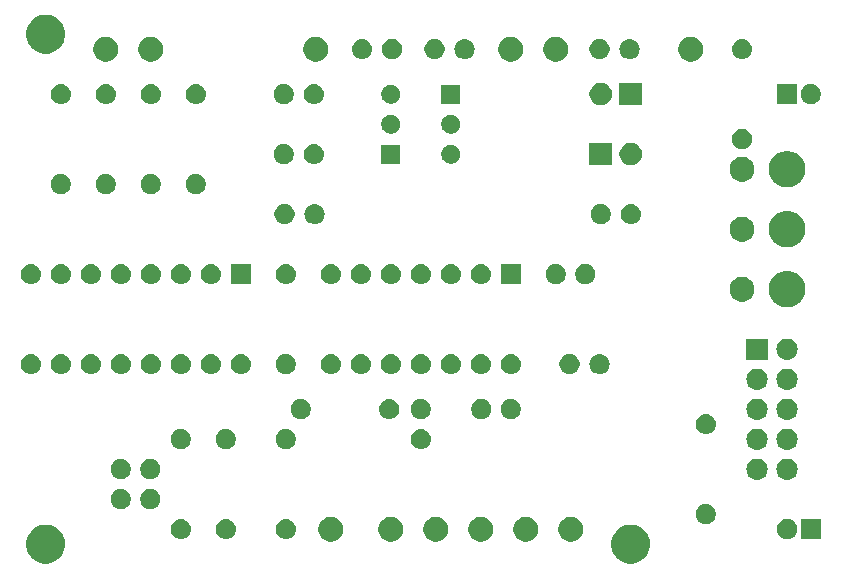
<source format=gbr>
G04 #@! TF.GenerationSoftware,KiCad,Pcbnew,(5.1.0-0)*
G04 #@! TF.CreationDate,2019-04-30T17:26:27+01:00*
G04 #@! TF.ProjectId,MS20filter,4d533230-6669-46c7-9465-722e6b696361,rev?*
G04 #@! TF.SameCoordinates,Original*
G04 #@! TF.FileFunction,Soldermask,Top*
G04 #@! TF.FilePolarity,Negative*
%FSLAX46Y46*%
G04 Gerber Fmt 4.6, Leading zero omitted, Abs format (unit mm)*
G04 Created by KiCad (PCBNEW (5.1.0-0)) date 2019-04-30 17:26:27*
%MOMM*%
%LPD*%
G04 APERTURE LIST*
%ADD10C,0.100000*%
G04 APERTURE END LIST*
D10*
G36*
X246755256Y-73321298D02*
G01*
X246861579Y-73342447D01*
X247162042Y-73466903D01*
X247432451Y-73647585D01*
X247662415Y-73877549D01*
X247843097Y-74147958D01*
X247843098Y-74147960D01*
X247865681Y-74202480D01*
X247967553Y-74448421D01*
X247980001Y-74511000D01*
X248031000Y-74767389D01*
X248031000Y-75092611D01*
X247967553Y-75411578D01*
X247862718Y-75664674D01*
X247843097Y-75712042D01*
X247662415Y-75982451D01*
X247432451Y-76212415D01*
X247162042Y-76393097D01*
X246861579Y-76517553D01*
X246755256Y-76538702D01*
X246542611Y-76581000D01*
X246217389Y-76581000D01*
X246004744Y-76538702D01*
X245898421Y-76517553D01*
X245597958Y-76393097D01*
X245327549Y-76212415D01*
X245097585Y-75982451D01*
X244916903Y-75712042D01*
X244897283Y-75664674D01*
X244792447Y-75411578D01*
X244729000Y-75092611D01*
X244729000Y-74767389D01*
X244779999Y-74511000D01*
X244792447Y-74448421D01*
X244894319Y-74202480D01*
X244916902Y-74147960D01*
X244916903Y-74147958D01*
X245097585Y-73877549D01*
X245327549Y-73647585D01*
X245597958Y-73466903D01*
X245898421Y-73342447D01*
X246004744Y-73321298D01*
X246217389Y-73279000D01*
X246542611Y-73279000D01*
X246755256Y-73321298D01*
X246755256Y-73321298D01*
G37*
G36*
X197225256Y-73321298D02*
G01*
X197331579Y-73342447D01*
X197632042Y-73466903D01*
X197902451Y-73647585D01*
X198132415Y-73877549D01*
X198313097Y-74147958D01*
X198313098Y-74147960D01*
X198335681Y-74202480D01*
X198437553Y-74448421D01*
X198450001Y-74511000D01*
X198501000Y-74767389D01*
X198501000Y-75092611D01*
X198437553Y-75411578D01*
X198332718Y-75664674D01*
X198313097Y-75712042D01*
X198132415Y-75982451D01*
X197902451Y-76212415D01*
X197632042Y-76393097D01*
X197331579Y-76517553D01*
X197225256Y-76538702D01*
X197012611Y-76581000D01*
X196687389Y-76581000D01*
X196474744Y-76538702D01*
X196368421Y-76517553D01*
X196067958Y-76393097D01*
X195797549Y-76212415D01*
X195567585Y-75982451D01*
X195386903Y-75712042D01*
X195367283Y-75664674D01*
X195262447Y-75411578D01*
X195199000Y-75092611D01*
X195199000Y-74767389D01*
X195249999Y-74511000D01*
X195262447Y-74448421D01*
X195364319Y-74202480D01*
X195386902Y-74147960D01*
X195386903Y-74147958D01*
X195567585Y-73877549D01*
X195797549Y-73647585D01*
X196067958Y-73466903D01*
X196368421Y-73342447D01*
X196474744Y-73321298D01*
X196687389Y-73279000D01*
X197012611Y-73279000D01*
X197225256Y-73321298D01*
X197225256Y-73321298D01*
G37*
G36*
X226366416Y-72649879D02*
G01*
X226557592Y-72729067D01*
X226557594Y-72729068D01*
X226729648Y-72844031D01*
X226875969Y-72990352D01*
X226978732Y-73144147D01*
X226990933Y-73162408D01*
X227070121Y-73353584D01*
X227110490Y-73556534D01*
X227110490Y-73763466D01*
X227070121Y-73966416D01*
X226994923Y-74147960D01*
X226990932Y-74157594D01*
X226875969Y-74329648D01*
X226729648Y-74475969D01*
X226557594Y-74590932D01*
X226557593Y-74590933D01*
X226557592Y-74590933D01*
X226366416Y-74670121D01*
X226163466Y-74710490D01*
X225956534Y-74710490D01*
X225753584Y-74670121D01*
X225562408Y-74590933D01*
X225562407Y-74590933D01*
X225562406Y-74590932D01*
X225390352Y-74475969D01*
X225244031Y-74329648D01*
X225129068Y-74157594D01*
X225125077Y-74147960D01*
X225049879Y-73966416D01*
X225009510Y-73763466D01*
X225009510Y-73556534D01*
X225049879Y-73353584D01*
X225129067Y-73162408D01*
X225141269Y-73144147D01*
X225244031Y-72990352D01*
X225390352Y-72844031D01*
X225562406Y-72729068D01*
X225562408Y-72729067D01*
X225753584Y-72649879D01*
X225956534Y-72609510D01*
X226163466Y-72609510D01*
X226366416Y-72649879D01*
X226366416Y-72649879D01*
G37*
G36*
X221286416Y-72649879D02*
G01*
X221477592Y-72729067D01*
X221477594Y-72729068D01*
X221649648Y-72844031D01*
X221795969Y-72990352D01*
X221898732Y-73144147D01*
X221910933Y-73162408D01*
X221990121Y-73353584D01*
X222030490Y-73556534D01*
X222030490Y-73763466D01*
X221990121Y-73966416D01*
X221914923Y-74147960D01*
X221910932Y-74157594D01*
X221795969Y-74329648D01*
X221649648Y-74475969D01*
X221477594Y-74590932D01*
X221477593Y-74590933D01*
X221477592Y-74590933D01*
X221286416Y-74670121D01*
X221083466Y-74710490D01*
X220876534Y-74710490D01*
X220673584Y-74670121D01*
X220482408Y-74590933D01*
X220482407Y-74590933D01*
X220482406Y-74590932D01*
X220310352Y-74475969D01*
X220164031Y-74329648D01*
X220049068Y-74157594D01*
X220045077Y-74147960D01*
X219969879Y-73966416D01*
X219929510Y-73763466D01*
X219929510Y-73556534D01*
X219969879Y-73353584D01*
X220049067Y-73162408D01*
X220061269Y-73144147D01*
X220164031Y-72990352D01*
X220310352Y-72844031D01*
X220482406Y-72729068D01*
X220482408Y-72729067D01*
X220673584Y-72649879D01*
X220876534Y-72609510D01*
X221083466Y-72609510D01*
X221286416Y-72649879D01*
X221286416Y-72649879D01*
G37*
G36*
X230176416Y-72649879D02*
G01*
X230367592Y-72729067D01*
X230367594Y-72729068D01*
X230539648Y-72844031D01*
X230685969Y-72990352D01*
X230788732Y-73144147D01*
X230800933Y-73162408D01*
X230880121Y-73353584D01*
X230920490Y-73556534D01*
X230920490Y-73763466D01*
X230880121Y-73966416D01*
X230804923Y-74147960D01*
X230800932Y-74157594D01*
X230685969Y-74329648D01*
X230539648Y-74475969D01*
X230367594Y-74590932D01*
X230367593Y-74590933D01*
X230367592Y-74590933D01*
X230176416Y-74670121D01*
X229973466Y-74710490D01*
X229766534Y-74710490D01*
X229563584Y-74670121D01*
X229372408Y-74590933D01*
X229372407Y-74590933D01*
X229372406Y-74590932D01*
X229200352Y-74475969D01*
X229054031Y-74329648D01*
X228939068Y-74157594D01*
X228935077Y-74147960D01*
X228859879Y-73966416D01*
X228819510Y-73763466D01*
X228819510Y-73556534D01*
X228859879Y-73353584D01*
X228939067Y-73162408D01*
X228951269Y-73144147D01*
X229054031Y-72990352D01*
X229200352Y-72844031D01*
X229372406Y-72729068D01*
X229372408Y-72729067D01*
X229563584Y-72649879D01*
X229766534Y-72609510D01*
X229973466Y-72609510D01*
X230176416Y-72649879D01*
X230176416Y-72649879D01*
G37*
G36*
X241606416Y-72649879D02*
G01*
X241797592Y-72729067D01*
X241797594Y-72729068D01*
X241969648Y-72844031D01*
X242115969Y-72990352D01*
X242218732Y-73144147D01*
X242230933Y-73162408D01*
X242310121Y-73353584D01*
X242350490Y-73556534D01*
X242350490Y-73763466D01*
X242310121Y-73966416D01*
X242234923Y-74147960D01*
X242230932Y-74157594D01*
X242115969Y-74329648D01*
X241969648Y-74475969D01*
X241797594Y-74590932D01*
X241797593Y-74590933D01*
X241797592Y-74590933D01*
X241606416Y-74670121D01*
X241403466Y-74710490D01*
X241196534Y-74710490D01*
X240993584Y-74670121D01*
X240802408Y-74590933D01*
X240802407Y-74590933D01*
X240802406Y-74590932D01*
X240630352Y-74475969D01*
X240484031Y-74329648D01*
X240369068Y-74157594D01*
X240365077Y-74147960D01*
X240289879Y-73966416D01*
X240249510Y-73763466D01*
X240249510Y-73556534D01*
X240289879Y-73353584D01*
X240369067Y-73162408D01*
X240381269Y-73144147D01*
X240484031Y-72990352D01*
X240630352Y-72844031D01*
X240802406Y-72729068D01*
X240802408Y-72729067D01*
X240993584Y-72649879D01*
X241196534Y-72609510D01*
X241403466Y-72609510D01*
X241606416Y-72649879D01*
X241606416Y-72649879D01*
G37*
G36*
X237796416Y-72649879D02*
G01*
X237987592Y-72729067D01*
X237987594Y-72729068D01*
X238159648Y-72844031D01*
X238305969Y-72990352D01*
X238408732Y-73144147D01*
X238420933Y-73162408D01*
X238500121Y-73353584D01*
X238540490Y-73556534D01*
X238540490Y-73763466D01*
X238500121Y-73966416D01*
X238424923Y-74147960D01*
X238420932Y-74157594D01*
X238305969Y-74329648D01*
X238159648Y-74475969D01*
X237987594Y-74590932D01*
X237987593Y-74590933D01*
X237987592Y-74590933D01*
X237796416Y-74670121D01*
X237593466Y-74710490D01*
X237386534Y-74710490D01*
X237183584Y-74670121D01*
X236992408Y-74590933D01*
X236992407Y-74590933D01*
X236992406Y-74590932D01*
X236820352Y-74475969D01*
X236674031Y-74329648D01*
X236559068Y-74157594D01*
X236555077Y-74147960D01*
X236479879Y-73966416D01*
X236439510Y-73763466D01*
X236439510Y-73556534D01*
X236479879Y-73353584D01*
X236559067Y-73162408D01*
X236571269Y-73144147D01*
X236674031Y-72990352D01*
X236820352Y-72844031D01*
X236992406Y-72729068D01*
X236992408Y-72729067D01*
X237183584Y-72649879D01*
X237386534Y-72609510D01*
X237593466Y-72609510D01*
X237796416Y-72649879D01*
X237796416Y-72649879D01*
G37*
G36*
X233986416Y-72649879D02*
G01*
X234177592Y-72729067D01*
X234177594Y-72729068D01*
X234349648Y-72844031D01*
X234495969Y-72990352D01*
X234598732Y-73144147D01*
X234610933Y-73162408D01*
X234690121Y-73353584D01*
X234730490Y-73556534D01*
X234730490Y-73763466D01*
X234690121Y-73966416D01*
X234614923Y-74147960D01*
X234610932Y-74157594D01*
X234495969Y-74329648D01*
X234349648Y-74475969D01*
X234177594Y-74590932D01*
X234177593Y-74590933D01*
X234177592Y-74590933D01*
X233986416Y-74670121D01*
X233783466Y-74710490D01*
X233576534Y-74710490D01*
X233373584Y-74670121D01*
X233182408Y-74590933D01*
X233182407Y-74590933D01*
X233182406Y-74590932D01*
X233010352Y-74475969D01*
X232864031Y-74329648D01*
X232749068Y-74157594D01*
X232745077Y-74147960D01*
X232669879Y-73966416D01*
X232629510Y-73763466D01*
X232629510Y-73556534D01*
X232669879Y-73353584D01*
X232749067Y-73162408D01*
X232761269Y-73144147D01*
X232864031Y-72990352D01*
X233010352Y-72844031D01*
X233182406Y-72729068D01*
X233182408Y-72729067D01*
X233373584Y-72649879D01*
X233576534Y-72609510D01*
X233783466Y-72609510D01*
X233986416Y-72649879D01*
X233986416Y-72649879D01*
G37*
G36*
X262471000Y-74511000D02*
G01*
X260769000Y-74511000D01*
X260769000Y-72809000D01*
X262471000Y-72809000D01*
X262471000Y-74511000D01*
X262471000Y-74511000D01*
G37*
G36*
X259868228Y-72841703D02*
G01*
X260023100Y-72905853D01*
X260162481Y-72998985D01*
X260281015Y-73117519D01*
X260374147Y-73256900D01*
X260438297Y-73411772D01*
X260471000Y-73576184D01*
X260471000Y-73743816D01*
X260438297Y-73908228D01*
X260374147Y-74063100D01*
X260281015Y-74202481D01*
X260162481Y-74321015D01*
X260023100Y-74414147D01*
X259868228Y-74478297D01*
X259703816Y-74511000D01*
X259536184Y-74511000D01*
X259371772Y-74478297D01*
X259216900Y-74414147D01*
X259077519Y-74321015D01*
X258958985Y-74202481D01*
X258865853Y-74063100D01*
X258801703Y-73908228D01*
X258769000Y-73743816D01*
X258769000Y-73576184D01*
X258801703Y-73411772D01*
X258865853Y-73256900D01*
X258958985Y-73117519D01*
X259077519Y-72998985D01*
X259216900Y-72905853D01*
X259371772Y-72841703D01*
X259536184Y-72809000D01*
X259703816Y-72809000D01*
X259868228Y-72841703D01*
X259868228Y-72841703D01*
G37*
G36*
X217336823Y-72821313D02*
G01*
X217497242Y-72869976D01*
X217629906Y-72940886D01*
X217645078Y-72948996D01*
X217774659Y-73055341D01*
X217881004Y-73184922D01*
X217881005Y-73184924D01*
X217960024Y-73332758D01*
X218008687Y-73493177D01*
X218025117Y-73660000D01*
X218008687Y-73826823D01*
X217960024Y-73987242D01*
X217919477Y-74063100D01*
X217881004Y-74135078D01*
X217774659Y-74264659D01*
X217645078Y-74371004D01*
X217645076Y-74371005D01*
X217497242Y-74450024D01*
X217336823Y-74498687D01*
X217211804Y-74511000D01*
X217128196Y-74511000D01*
X217003177Y-74498687D01*
X216842758Y-74450024D01*
X216694924Y-74371005D01*
X216694922Y-74371004D01*
X216565341Y-74264659D01*
X216458996Y-74135078D01*
X216420523Y-74063100D01*
X216379976Y-73987242D01*
X216331313Y-73826823D01*
X216314883Y-73660000D01*
X216331313Y-73493177D01*
X216379976Y-73332758D01*
X216458995Y-73184924D01*
X216458996Y-73184922D01*
X216565341Y-73055341D01*
X216694922Y-72948996D01*
X216710094Y-72940886D01*
X216842758Y-72869976D01*
X217003177Y-72821313D01*
X217128196Y-72809000D01*
X217211804Y-72809000D01*
X217336823Y-72821313D01*
X217336823Y-72821313D01*
G37*
G36*
X212256823Y-72821313D02*
G01*
X212417242Y-72869976D01*
X212549906Y-72940886D01*
X212565078Y-72948996D01*
X212694659Y-73055341D01*
X212801004Y-73184922D01*
X212801005Y-73184924D01*
X212880024Y-73332758D01*
X212928687Y-73493177D01*
X212945117Y-73660000D01*
X212928687Y-73826823D01*
X212880024Y-73987242D01*
X212839477Y-74063100D01*
X212801004Y-74135078D01*
X212694659Y-74264659D01*
X212565078Y-74371004D01*
X212565076Y-74371005D01*
X212417242Y-74450024D01*
X212256823Y-74498687D01*
X212131804Y-74511000D01*
X212048196Y-74511000D01*
X211923177Y-74498687D01*
X211762758Y-74450024D01*
X211614924Y-74371005D01*
X211614922Y-74371004D01*
X211485341Y-74264659D01*
X211378996Y-74135078D01*
X211340523Y-74063100D01*
X211299976Y-73987242D01*
X211251313Y-73826823D01*
X211234883Y-73660000D01*
X211251313Y-73493177D01*
X211299976Y-73332758D01*
X211378995Y-73184924D01*
X211378996Y-73184922D01*
X211485341Y-73055341D01*
X211614922Y-72948996D01*
X211630094Y-72940886D01*
X211762758Y-72869976D01*
X211923177Y-72821313D01*
X212048196Y-72809000D01*
X212131804Y-72809000D01*
X212256823Y-72821313D01*
X212256823Y-72821313D01*
G37*
G36*
X208446823Y-72821313D02*
G01*
X208607242Y-72869976D01*
X208739906Y-72940886D01*
X208755078Y-72948996D01*
X208884659Y-73055341D01*
X208991004Y-73184922D01*
X208991005Y-73184924D01*
X209070024Y-73332758D01*
X209118687Y-73493177D01*
X209135117Y-73660000D01*
X209118687Y-73826823D01*
X209070024Y-73987242D01*
X209029477Y-74063100D01*
X208991004Y-74135078D01*
X208884659Y-74264659D01*
X208755078Y-74371004D01*
X208755076Y-74371005D01*
X208607242Y-74450024D01*
X208446823Y-74498687D01*
X208321804Y-74511000D01*
X208238196Y-74511000D01*
X208113177Y-74498687D01*
X207952758Y-74450024D01*
X207804924Y-74371005D01*
X207804922Y-74371004D01*
X207675341Y-74264659D01*
X207568996Y-74135078D01*
X207530523Y-74063100D01*
X207489976Y-73987242D01*
X207441313Y-73826823D01*
X207424883Y-73660000D01*
X207441313Y-73493177D01*
X207489976Y-73332758D01*
X207568995Y-73184924D01*
X207568996Y-73184922D01*
X207675341Y-73055341D01*
X207804922Y-72948996D01*
X207820094Y-72940886D01*
X207952758Y-72869976D01*
X208113177Y-72821313D01*
X208238196Y-72809000D01*
X208321804Y-72809000D01*
X208446823Y-72821313D01*
X208446823Y-72821313D01*
G37*
G36*
X252978228Y-71571703D02*
G01*
X253133100Y-71635853D01*
X253272481Y-71728985D01*
X253391015Y-71847519D01*
X253484147Y-71986900D01*
X253548297Y-72141772D01*
X253581000Y-72306184D01*
X253581000Y-72473816D01*
X253548297Y-72638228D01*
X253484147Y-72793100D01*
X253391015Y-72932481D01*
X253272481Y-73051015D01*
X253133100Y-73144147D01*
X252978228Y-73208297D01*
X252813816Y-73241000D01*
X252646184Y-73241000D01*
X252481772Y-73208297D01*
X252326900Y-73144147D01*
X252187519Y-73051015D01*
X252068985Y-72932481D01*
X251975853Y-72793100D01*
X251911703Y-72638228D01*
X251879000Y-72473816D01*
X251879000Y-72306184D01*
X251911703Y-72141772D01*
X251975853Y-71986900D01*
X252068985Y-71847519D01*
X252187519Y-71728985D01*
X252326900Y-71635853D01*
X252481772Y-71571703D01*
X252646184Y-71539000D01*
X252813816Y-71539000D01*
X252978228Y-71571703D01*
X252978228Y-71571703D01*
G37*
G36*
X205948228Y-70301703D02*
G01*
X206103100Y-70365853D01*
X206242481Y-70458985D01*
X206361015Y-70577519D01*
X206454147Y-70716900D01*
X206518297Y-70871772D01*
X206551000Y-71036184D01*
X206551000Y-71203816D01*
X206518297Y-71368228D01*
X206454147Y-71523100D01*
X206361015Y-71662481D01*
X206242481Y-71781015D01*
X206103100Y-71874147D01*
X205948228Y-71938297D01*
X205783816Y-71971000D01*
X205616184Y-71971000D01*
X205451772Y-71938297D01*
X205296900Y-71874147D01*
X205157519Y-71781015D01*
X205038985Y-71662481D01*
X204945853Y-71523100D01*
X204881703Y-71368228D01*
X204849000Y-71203816D01*
X204849000Y-71036184D01*
X204881703Y-70871772D01*
X204945853Y-70716900D01*
X205038985Y-70577519D01*
X205157519Y-70458985D01*
X205296900Y-70365853D01*
X205451772Y-70301703D01*
X205616184Y-70269000D01*
X205783816Y-70269000D01*
X205948228Y-70301703D01*
X205948228Y-70301703D01*
G37*
G36*
X203448228Y-70301703D02*
G01*
X203603100Y-70365853D01*
X203742481Y-70458985D01*
X203861015Y-70577519D01*
X203954147Y-70716900D01*
X204018297Y-70871772D01*
X204051000Y-71036184D01*
X204051000Y-71203816D01*
X204018297Y-71368228D01*
X203954147Y-71523100D01*
X203861015Y-71662481D01*
X203742481Y-71781015D01*
X203603100Y-71874147D01*
X203448228Y-71938297D01*
X203283816Y-71971000D01*
X203116184Y-71971000D01*
X202951772Y-71938297D01*
X202796900Y-71874147D01*
X202657519Y-71781015D01*
X202538985Y-71662481D01*
X202445853Y-71523100D01*
X202381703Y-71368228D01*
X202349000Y-71203816D01*
X202349000Y-71036184D01*
X202381703Y-70871772D01*
X202445853Y-70716900D01*
X202538985Y-70577519D01*
X202657519Y-70458985D01*
X202796900Y-70365853D01*
X202951772Y-70301703D01*
X203116184Y-70269000D01*
X203283816Y-70269000D01*
X203448228Y-70301703D01*
X203448228Y-70301703D01*
G37*
G36*
X257180443Y-67685519D02*
G01*
X257246627Y-67692037D01*
X257416466Y-67743557D01*
X257572991Y-67827222D01*
X257608729Y-67856552D01*
X257710186Y-67939814D01*
X257790369Y-68037519D01*
X257822778Y-68077009D01*
X257906443Y-68233534D01*
X257957963Y-68403373D01*
X257975359Y-68580000D01*
X257957963Y-68756627D01*
X257906443Y-68926466D01*
X257822778Y-69082991D01*
X257793448Y-69118729D01*
X257710186Y-69220186D01*
X257608729Y-69303448D01*
X257572991Y-69332778D01*
X257416466Y-69416443D01*
X257246627Y-69467963D01*
X257180442Y-69474482D01*
X257114260Y-69481000D01*
X257025740Y-69481000D01*
X256959558Y-69474482D01*
X256893373Y-69467963D01*
X256723534Y-69416443D01*
X256567009Y-69332778D01*
X256531271Y-69303448D01*
X256429814Y-69220186D01*
X256346552Y-69118729D01*
X256317222Y-69082991D01*
X256233557Y-68926466D01*
X256182037Y-68756627D01*
X256164641Y-68580000D01*
X256182037Y-68403373D01*
X256233557Y-68233534D01*
X256317222Y-68077009D01*
X256349631Y-68037519D01*
X256429814Y-67939814D01*
X256531271Y-67856552D01*
X256567009Y-67827222D01*
X256723534Y-67743557D01*
X256893373Y-67692037D01*
X256959557Y-67685519D01*
X257025740Y-67679000D01*
X257114260Y-67679000D01*
X257180443Y-67685519D01*
X257180443Y-67685519D01*
G37*
G36*
X259720443Y-67685519D02*
G01*
X259786627Y-67692037D01*
X259956466Y-67743557D01*
X260112991Y-67827222D01*
X260148729Y-67856552D01*
X260250186Y-67939814D01*
X260330369Y-68037519D01*
X260362778Y-68077009D01*
X260446443Y-68233534D01*
X260497963Y-68403373D01*
X260515359Y-68580000D01*
X260497963Y-68756627D01*
X260446443Y-68926466D01*
X260362778Y-69082991D01*
X260333448Y-69118729D01*
X260250186Y-69220186D01*
X260148729Y-69303448D01*
X260112991Y-69332778D01*
X259956466Y-69416443D01*
X259786627Y-69467963D01*
X259720442Y-69474482D01*
X259654260Y-69481000D01*
X259565740Y-69481000D01*
X259499558Y-69474482D01*
X259433373Y-69467963D01*
X259263534Y-69416443D01*
X259107009Y-69332778D01*
X259071271Y-69303448D01*
X258969814Y-69220186D01*
X258886552Y-69118729D01*
X258857222Y-69082991D01*
X258773557Y-68926466D01*
X258722037Y-68756627D01*
X258704641Y-68580000D01*
X258722037Y-68403373D01*
X258773557Y-68233534D01*
X258857222Y-68077009D01*
X258889631Y-68037519D01*
X258969814Y-67939814D01*
X259071271Y-67856552D01*
X259107009Y-67827222D01*
X259263534Y-67743557D01*
X259433373Y-67692037D01*
X259499557Y-67685519D01*
X259565740Y-67679000D01*
X259654260Y-67679000D01*
X259720443Y-67685519D01*
X259720443Y-67685519D01*
G37*
G36*
X205948228Y-67761703D02*
G01*
X206103100Y-67825853D01*
X206242481Y-67918985D01*
X206361015Y-68037519D01*
X206454147Y-68176900D01*
X206518297Y-68331772D01*
X206551000Y-68496184D01*
X206551000Y-68663816D01*
X206518297Y-68828228D01*
X206454147Y-68983100D01*
X206361015Y-69122481D01*
X206242481Y-69241015D01*
X206103100Y-69334147D01*
X205948228Y-69398297D01*
X205783816Y-69431000D01*
X205616184Y-69431000D01*
X205451772Y-69398297D01*
X205296900Y-69334147D01*
X205157519Y-69241015D01*
X205038985Y-69122481D01*
X204945853Y-68983100D01*
X204881703Y-68828228D01*
X204849000Y-68663816D01*
X204849000Y-68496184D01*
X204881703Y-68331772D01*
X204945853Y-68176900D01*
X205038985Y-68037519D01*
X205157519Y-67918985D01*
X205296900Y-67825853D01*
X205451772Y-67761703D01*
X205616184Y-67729000D01*
X205783816Y-67729000D01*
X205948228Y-67761703D01*
X205948228Y-67761703D01*
G37*
G36*
X203448228Y-67761703D02*
G01*
X203603100Y-67825853D01*
X203742481Y-67918985D01*
X203861015Y-68037519D01*
X203954147Y-68176900D01*
X204018297Y-68331772D01*
X204051000Y-68496184D01*
X204051000Y-68663816D01*
X204018297Y-68828228D01*
X203954147Y-68983100D01*
X203861015Y-69122481D01*
X203742481Y-69241015D01*
X203603100Y-69334147D01*
X203448228Y-69398297D01*
X203283816Y-69431000D01*
X203116184Y-69431000D01*
X202951772Y-69398297D01*
X202796900Y-69334147D01*
X202657519Y-69241015D01*
X202538985Y-69122481D01*
X202445853Y-68983100D01*
X202381703Y-68828228D01*
X202349000Y-68663816D01*
X202349000Y-68496184D01*
X202381703Y-68331772D01*
X202445853Y-68176900D01*
X202538985Y-68037519D01*
X202657519Y-67918985D01*
X202796900Y-67825853D01*
X202951772Y-67761703D01*
X203116184Y-67729000D01*
X203283816Y-67729000D01*
X203448228Y-67761703D01*
X203448228Y-67761703D01*
G37*
G36*
X257180442Y-65145518D02*
G01*
X257246627Y-65152037D01*
X257416466Y-65203557D01*
X257572991Y-65287222D01*
X257608729Y-65316552D01*
X257710186Y-65399814D01*
X257790369Y-65497519D01*
X257822778Y-65537009D01*
X257906443Y-65693534D01*
X257957963Y-65863373D01*
X257975359Y-66040000D01*
X257957963Y-66216627D01*
X257906443Y-66386466D01*
X257822778Y-66542991D01*
X257793448Y-66578729D01*
X257710186Y-66680186D01*
X257608729Y-66763448D01*
X257572991Y-66792778D01*
X257416466Y-66876443D01*
X257246627Y-66927963D01*
X257180442Y-66934482D01*
X257114260Y-66941000D01*
X257025740Y-66941000D01*
X256959558Y-66934482D01*
X256893373Y-66927963D01*
X256723534Y-66876443D01*
X256567009Y-66792778D01*
X256531271Y-66763448D01*
X256429814Y-66680186D01*
X256346552Y-66578729D01*
X256317222Y-66542991D01*
X256233557Y-66386466D01*
X256182037Y-66216627D01*
X256164641Y-66040000D01*
X256182037Y-65863373D01*
X256233557Y-65693534D01*
X256317222Y-65537009D01*
X256349631Y-65497519D01*
X256429814Y-65399814D01*
X256531271Y-65316552D01*
X256567009Y-65287222D01*
X256723534Y-65203557D01*
X256893373Y-65152037D01*
X256959558Y-65145518D01*
X257025740Y-65139000D01*
X257114260Y-65139000D01*
X257180442Y-65145518D01*
X257180442Y-65145518D01*
G37*
G36*
X259720442Y-65145518D02*
G01*
X259786627Y-65152037D01*
X259956466Y-65203557D01*
X260112991Y-65287222D01*
X260148729Y-65316552D01*
X260250186Y-65399814D01*
X260330369Y-65497519D01*
X260362778Y-65537009D01*
X260446443Y-65693534D01*
X260497963Y-65863373D01*
X260515359Y-66040000D01*
X260497963Y-66216627D01*
X260446443Y-66386466D01*
X260362778Y-66542991D01*
X260333448Y-66578729D01*
X260250186Y-66680186D01*
X260148729Y-66763448D01*
X260112991Y-66792778D01*
X259956466Y-66876443D01*
X259786627Y-66927963D01*
X259720442Y-66934482D01*
X259654260Y-66941000D01*
X259565740Y-66941000D01*
X259499558Y-66934482D01*
X259433373Y-66927963D01*
X259263534Y-66876443D01*
X259107009Y-66792778D01*
X259071271Y-66763448D01*
X258969814Y-66680186D01*
X258886552Y-66578729D01*
X258857222Y-66542991D01*
X258773557Y-66386466D01*
X258722037Y-66216627D01*
X258704641Y-66040000D01*
X258722037Y-65863373D01*
X258773557Y-65693534D01*
X258857222Y-65537009D01*
X258889631Y-65497519D01*
X258969814Y-65399814D01*
X259071271Y-65316552D01*
X259107009Y-65287222D01*
X259263534Y-65203557D01*
X259433373Y-65152037D01*
X259499558Y-65145518D01*
X259565740Y-65139000D01*
X259654260Y-65139000D01*
X259720442Y-65145518D01*
X259720442Y-65145518D01*
G37*
G36*
X228766823Y-65201313D02*
G01*
X228927242Y-65249976D01*
X228994361Y-65285852D01*
X229075078Y-65328996D01*
X229204659Y-65435341D01*
X229311004Y-65564922D01*
X229311005Y-65564924D01*
X229390024Y-65712758D01*
X229438687Y-65873177D01*
X229455117Y-66040000D01*
X229438687Y-66206823D01*
X229390024Y-66367242D01*
X229349477Y-66443100D01*
X229311004Y-66515078D01*
X229204659Y-66644659D01*
X229075078Y-66751004D01*
X229075076Y-66751005D01*
X228927242Y-66830024D01*
X228766823Y-66878687D01*
X228641804Y-66891000D01*
X228558196Y-66891000D01*
X228433177Y-66878687D01*
X228272758Y-66830024D01*
X228124924Y-66751005D01*
X228124922Y-66751004D01*
X227995341Y-66644659D01*
X227888996Y-66515078D01*
X227850523Y-66443100D01*
X227809976Y-66367242D01*
X227761313Y-66206823D01*
X227744883Y-66040000D01*
X227761313Y-65873177D01*
X227809976Y-65712758D01*
X227888995Y-65564924D01*
X227888996Y-65564922D01*
X227995341Y-65435341D01*
X228124922Y-65328996D01*
X228205639Y-65285852D01*
X228272758Y-65249976D01*
X228433177Y-65201313D01*
X228558196Y-65189000D01*
X228641804Y-65189000D01*
X228766823Y-65201313D01*
X228766823Y-65201313D01*
G37*
G36*
X217418228Y-65221703D02*
G01*
X217573100Y-65285853D01*
X217712481Y-65378985D01*
X217831015Y-65497519D01*
X217924147Y-65636900D01*
X217988297Y-65791772D01*
X218021000Y-65956184D01*
X218021000Y-66123816D01*
X217988297Y-66288228D01*
X217924147Y-66443100D01*
X217831015Y-66582481D01*
X217712481Y-66701015D01*
X217573100Y-66794147D01*
X217418228Y-66858297D01*
X217253816Y-66891000D01*
X217086184Y-66891000D01*
X216921772Y-66858297D01*
X216766900Y-66794147D01*
X216627519Y-66701015D01*
X216508985Y-66582481D01*
X216415853Y-66443100D01*
X216351703Y-66288228D01*
X216319000Y-66123816D01*
X216319000Y-65956184D01*
X216351703Y-65791772D01*
X216415853Y-65636900D01*
X216508985Y-65497519D01*
X216627519Y-65378985D01*
X216766900Y-65285853D01*
X216921772Y-65221703D01*
X217086184Y-65189000D01*
X217253816Y-65189000D01*
X217418228Y-65221703D01*
X217418228Y-65221703D01*
G37*
G36*
X212338228Y-65221703D02*
G01*
X212493100Y-65285853D01*
X212632481Y-65378985D01*
X212751015Y-65497519D01*
X212844147Y-65636900D01*
X212908297Y-65791772D01*
X212941000Y-65956184D01*
X212941000Y-66123816D01*
X212908297Y-66288228D01*
X212844147Y-66443100D01*
X212751015Y-66582481D01*
X212632481Y-66701015D01*
X212493100Y-66794147D01*
X212338228Y-66858297D01*
X212173816Y-66891000D01*
X212006184Y-66891000D01*
X211841772Y-66858297D01*
X211686900Y-66794147D01*
X211547519Y-66701015D01*
X211428985Y-66582481D01*
X211335853Y-66443100D01*
X211271703Y-66288228D01*
X211239000Y-66123816D01*
X211239000Y-65956184D01*
X211271703Y-65791772D01*
X211335853Y-65636900D01*
X211428985Y-65497519D01*
X211547519Y-65378985D01*
X211686900Y-65285853D01*
X211841772Y-65221703D01*
X212006184Y-65189000D01*
X212173816Y-65189000D01*
X212338228Y-65221703D01*
X212338228Y-65221703D01*
G37*
G36*
X208528228Y-65221703D02*
G01*
X208683100Y-65285853D01*
X208822481Y-65378985D01*
X208941015Y-65497519D01*
X209034147Y-65636900D01*
X209098297Y-65791772D01*
X209131000Y-65956184D01*
X209131000Y-66123816D01*
X209098297Y-66288228D01*
X209034147Y-66443100D01*
X208941015Y-66582481D01*
X208822481Y-66701015D01*
X208683100Y-66794147D01*
X208528228Y-66858297D01*
X208363816Y-66891000D01*
X208196184Y-66891000D01*
X208031772Y-66858297D01*
X207876900Y-66794147D01*
X207737519Y-66701015D01*
X207618985Y-66582481D01*
X207525853Y-66443100D01*
X207461703Y-66288228D01*
X207429000Y-66123816D01*
X207429000Y-65956184D01*
X207461703Y-65791772D01*
X207525853Y-65636900D01*
X207618985Y-65497519D01*
X207737519Y-65378985D01*
X207876900Y-65285853D01*
X208031772Y-65221703D01*
X208196184Y-65189000D01*
X208363816Y-65189000D01*
X208528228Y-65221703D01*
X208528228Y-65221703D01*
G37*
G36*
X252896823Y-63931313D02*
G01*
X253057242Y-63979976D01*
X253189906Y-64050886D01*
X253205078Y-64058996D01*
X253334659Y-64165341D01*
X253441004Y-64294922D01*
X253441005Y-64294924D01*
X253520024Y-64442758D01*
X253568687Y-64603177D01*
X253585117Y-64770000D01*
X253568687Y-64936823D01*
X253520024Y-65097242D01*
X253490735Y-65152037D01*
X253441004Y-65245078D01*
X253334659Y-65374659D01*
X253205078Y-65481004D01*
X253205076Y-65481005D01*
X253057242Y-65560024D01*
X252896823Y-65608687D01*
X252771804Y-65621000D01*
X252688196Y-65621000D01*
X252563177Y-65608687D01*
X252402758Y-65560024D01*
X252254924Y-65481005D01*
X252254922Y-65481004D01*
X252125341Y-65374659D01*
X252018996Y-65245078D01*
X251969265Y-65152037D01*
X251939976Y-65097242D01*
X251891313Y-64936823D01*
X251874883Y-64770000D01*
X251891313Y-64603177D01*
X251939976Y-64442758D01*
X252018995Y-64294924D01*
X252018996Y-64294922D01*
X252125341Y-64165341D01*
X252254922Y-64058996D01*
X252270094Y-64050886D01*
X252402758Y-63979976D01*
X252563177Y-63931313D01*
X252688196Y-63919000D01*
X252771804Y-63919000D01*
X252896823Y-63931313D01*
X252896823Y-63931313D01*
G37*
G36*
X259720442Y-62605518D02*
G01*
X259786627Y-62612037D01*
X259956466Y-62663557D01*
X260112991Y-62747222D01*
X260148729Y-62776552D01*
X260250186Y-62859814D01*
X260330369Y-62957519D01*
X260362778Y-62997009D01*
X260446443Y-63153534D01*
X260497963Y-63323373D01*
X260515359Y-63500000D01*
X260497963Y-63676627D01*
X260446443Y-63846466D01*
X260362778Y-64002991D01*
X260333448Y-64038729D01*
X260250186Y-64140186D01*
X260148729Y-64223448D01*
X260112991Y-64252778D01*
X259956466Y-64336443D01*
X259786627Y-64387963D01*
X259720442Y-64394482D01*
X259654260Y-64401000D01*
X259565740Y-64401000D01*
X259499558Y-64394482D01*
X259433373Y-64387963D01*
X259263534Y-64336443D01*
X259107009Y-64252778D01*
X259071271Y-64223448D01*
X258969814Y-64140186D01*
X258886552Y-64038729D01*
X258857222Y-64002991D01*
X258773557Y-63846466D01*
X258722037Y-63676627D01*
X258704641Y-63500000D01*
X258722037Y-63323373D01*
X258773557Y-63153534D01*
X258857222Y-62997009D01*
X258889631Y-62957519D01*
X258969814Y-62859814D01*
X259071271Y-62776552D01*
X259107009Y-62747222D01*
X259263534Y-62663557D01*
X259433373Y-62612037D01*
X259499558Y-62605518D01*
X259565740Y-62599000D01*
X259654260Y-62599000D01*
X259720442Y-62605518D01*
X259720442Y-62605518D01*
G37*
G36*
X257180442Y-62605518D02*
G01*
X257246627Y-62612037D01*
X257416466Y-62663557D01*
X257572991Y-62747222D01*
X257608729Y-62776552D01*
X257710186Y-62859814D01*
X257790369Y-62957519D01*
X257822778Y-62997009D01*
X257906443Y-63153534D01*
X257957963Y-63323373D01*
X257975359Y-63500000D01*
X257957963Y-63676627D01*
X257906443Y-63846466D01*
X257822778Y-64002991D01*
X257793448Y-64038729D01*
X257710186Y-64140186D01*
X257608729Y-64223448D01*
X257572991Y-64252778D01*
X257416466Y-64336443D01*
X257246627Y-64387963D01*
X257180442Y-64394482D01*
X257114260Y-64401000D01*
X257025740Y-64401000D01*
X256959558Y-64394482D01*
X256893373Y-64387963D01*
X256723534Y-64336443D01*
X256567009Y-64252778D01*
X256531271Y-64223448D01*
X256429814Y-64140186D01*
X256346552Y-64038729D01*
X256317222Y-64002991D01*
X256233557Y-63846466D01*
X256182037Y-63676627D01*
X256164641Y-63500000D01*
X256182037Y-63323373D01*
X256233557Y-63153534D01*
X256317222Y-62997009D01*
X256349631Y-62957519D01*
X256429814Y-62859814D01*
X256531271Y-62776552D01*
X256567009Y-62747222D01*
X256723534Y-62663557D01*
X256893373Y-62612037D01*
X256959558Y-62605518D01*
X257025740Y-62599000D01*
X257114260Y-62599000D01*
X257180442Y-62605518D01*
X257180442Y-62605518D01*
G37*
G36*
X218688228Y-62681703D02*
G01*
X218843100Y-62745853D01*
X218982481Y-62838985D01*
X219101015Y-62957519D01*
X219194147Y-63096900D01*
X219258297Y-63251772D01*
X219291000Y-63416184D01*
X219291000Y-63583816D01*
X219258297Y-63748228D01*
X219194147Y-63903100D01*
X219101015Y-64042481D01*
X218982481Y-64161015D01*
X218843100Y-64254147D01*
X218688228Y-64318297D01*
X218523816Y-64351000D01*
X218356184Y-64351000D01*
X218191772Y-64318297D01*
X218036900Y-64254147D01*
X217897519Y-64161015D01*
X217778985Y-64042481D01*
X217685853Y-63903100D01*
X217621703Y-63748228D01*
X217589000Y-63583816D01*
X217589000Y-63416184D01*
X217621703Y-63251772D01*
X217685853Y-63096900D01*
X217778985Y-62957519D01*
X217897519Y-62838985D01*
X218036900Y-62745853D01*
X218191772Y-62681703D01*
X218356184Y-62649000D01*
X218523816Y-62649000D01*
X218688228Y-62681703D01*
X218688228Y-62681703D01*
G37*
G36*
X228848228Y-62681703D02*
G01*
X229003100Y-62745853D01*
X229142481Y-62838985D01*
X229261015Y-62957519D01*
X229354147Y-63096900D01*
X229418297Y-63251772D01*
X229451000Y-63416184D01*
X229451000Y-63583816D01*
X229418297Y-63748228D01*
X229354147Y-63903100D01*
X229261015Y-64042481D01*
X229142481Y-64161015D01*
X229003100Y-64254147D01*
X228848228Y-64318297D01*
X228683816Y-64351000D01*
X228516184Y-64351000D01*
X228351772Y-64318297D01*
X228196900Y-64254147D01*
X228057519Y-64161015D01*
X227938985Y-64042481D01*
X227845853Y-63903100D01*
X227781703Y-63748228D01*
X227749000Y-63583816D01*
X227749000Y-63416184D01*
X227781703Y-63251772D01*
X227845853Y-63096900D01*
X227938985Y-62957519D01*
X228057519Y-62838985D01*
X228196900Y-62745853D01*
X228351772Y-62681703D01*
X228516184Y-62649000D01*
X228683816Y-62649000D01*
X228848228Y-62681703D01*
X228848228Y-62681703D01*
G37*
G36*
X233968228Y-62681703D02*
G01*
X234123100Y-62745853D01*
X234262481Y-62838985D01*
X234381015Y-62957519D01*
X234474147Y-63096900D01*
X234538297Y-63251772D01*
X234571000Y-63416184D01*
X234571000Y-63583816D01*
X234538297Y-63748228D01*
X234474147Y-63903100D01*
X234381015Y-64042481D01*
X234262481Y-64161015D01*
X234123100Y-64254147D01*
X233968228Y-64318297D01*
X233803816Y-64351000D01*
X233636184Y-64351000D01*
X233471772Y-64318297D01*
X233316900Y-64254147D01*
X233177519Y-64161015D01*
X233058985Y-64042481D01*
X232965853Y-63903100D01*
X232901703Y-63748228D01*
X232869000Y-63583816D01*
X232869000Y-63416184D01*
X232901703Y-63251772D01*
X232965853Y-63096900D01*
X233058985Y-62957519D01*
X233177519Y-62838985D01*
X233316900Y-62745853D01*
X233471772Y-62681703D01*
X233636184Y-62649000D01*
X233803816Y-62649000D01*
X233968228Y-62681703D01*
X233968228Y-62681703D01*
G37*
G36*
X236468228Y-62681703D02*
G01*
X236623100Y-62745853D01*
X236762481Y-62838985D01*
X236881015Y-62957519D01*
X236974147Y-63096900D01*
X237038297Y-63251772D01*
X237071000Y-63416184D01*
X237071000Y-63583816D01*
X237038297Y-63748228D01*
X236974147Y-63903100D01*
X236881015Y-64042481D01*
X236762481Y-64161015D01*
X236623100Y-64254147D01*
X236468228Y-64318297D01*
X236303816Y-64351000D01*
X236136184Y-64351000D01*
X235971772Y-64318297D01*
X235816900Y-64254147D01*
X235677519Y-64161015D01*
X235558985Y-64042481D01*
X235465853Y-63903100D01*
X235401703Y-63748228D01*
X235369000Y-63583816D01*
X235369000Y-63416184D01*
X235401703Y-63251772D01*
X235465853Y-63096900D01*
X235558985Y-62957519D01*
X235677519Y-62838985D01*
X235816900Y-62745853D01*
X235971772Y-62681703D01*
X236136184Y-62649000D01*
X236303816Y-62649000D01*
X236468228Y-62681703D01*
X236468228Y-62681703D01*
G37*
G36*
X226106823Y-62661313D02*
G01*
X226267242Y-62709976D01*
X226334361Y-62745852D01*
X226415078Y-62788996D01*
X226544659Y-62895341D01*
X226651004Y-63024922D01*
X226651005Y-63024924D01*
X226730024Y-63172758D01*
X226778687Y-63333177D01*
X226795117Y-63500000D01*
X226778687Y-63666823D01*
X226730024Y-63827242D01*
X226689477Y-63903100D01*
X226651004Y-63975078D01*
X226544659Y-64104659D01*
X226415078Y-64211004D01*
X226415076Y-64211005D01*
X226267242Y-64290024D01*
X226106823Y-64338687D01*
X225981804Y-64351000D01*
X225898196Y-64351000D01*
X225773177Y-64338687D01*
X225612758Y-64290024D01*
X225464924Y-64211005D01*
X225464922Y-64211004D01*
X225335341Y-64104659D01*
X225228996Y-63975078D01*
X225190523Y-63903100D01*
X225149976Y-63827242D01*
X225101313Y-63666823D01*
X225084883Y-63500000D01*
X225101313Y-63333177D01*
X225149976Y-63172758D01*
X225228995Y-63024924D01*
X225228996Y-63024922D01*
X225335341Y-62895341D01*
X225464922Y-62788996D01*
X225545639Y-62745852D01*
X225612758Y-62709976D01*
X225773177Y-62661313D01*
X225898196Y-62649000D01*
X225981804Y-62649000D01*
X226106823Y-62661313D01*
X226106823Y-62661313D01*
G37*
G36*
X257180442Y-60065518D02*
G01*
X257246627Y-60072037D01*
X257416466Y-60123557D01*
X257572991Y-60207222D01*
X257603768Y-60232480D01*
X257710186Y-60319814D01*
X257793448Y-60421271D01*
X257822778Y-60457009D01*
X257906443Y-60613534D01*
X257957963Y-60783373D01*
X257975359Y-60960000D01*
X257957963Y-61136627D01*
X257906443Y-61306466D01*
X257822778Y-61462991D01*
X257793448Y-61498729D01*
X257710186Y-61600186D01*
X257608729Y-61683448D01*
X257572991Y-61712778D01*
X257416466Y-61796443D01*
X257246627Y-61847963D01*
X257180443Y-61854481D01*
X257114260Y-61861000D01*
X257025740Y-61861000D01*
X256959557Y-61854481D01*
X256893373Y-61847963D01*
X256723534Y-61796443D01*
X256567009Y-61712778D01*
X256531271Y-61683448D01*
X256429814Y-61600186D01*
X256346552Y-61498729D01*
X256317222Y-61462991D01*
X256233557Y-61306466D01*
X256182037Y-61136627D01*
X256164641Y-60960000D01*
X256182037Y-60783373D01*
X256233557Y-60613534D01*
X256317222Y-60457009D01*
X256346552Y-60421271D01*
X256429814Y-60319814D01*
X256536232Y-60232480D01*
X256567009Y-60207222D01*
X256723534Y-60123557D01*
X256893373Y-60072037D01*
X256959558Y-60065518D01*
X257025740Y-60059000D01*
X257114260Y-60059000D01*
X257180442Y-60065518D01*
X257180442Y-60065518D01*
G37*
G36*
X259720442Y-60065518D02*
G01*
X259786627Y-60072037D01*
X259956466Y-60123557D01*
X260112991Y-60207222D01*
X260143768Y-60232480D01*
X260250186Y-60319814D01*
X260333448Y-60421271D01*
X260362778Y-60457009D01*
X260446443Y-60613534D01*
X260497963Y-60783373D01*
X260515359Y-60960000D01*
X260497963Y-61136627D01*
X260446443Y-61306466D01*
X260362778Y-61462991D01*
X260333448Y-61498729D01*
X260250186Y-61600186D01*
X260148729Y-61683448D01*
X260112991Y-61712778D01*
X259956466Y-61796443D01*
X259786627Y-61847963D01*
X259720443Y-61854481D01*
X259654260Y-61861000D01*
X259565740Y-61861000D01*
X259499557Y-61854481D01*
X259433373Y-61847963D01*
X259263534Y-61796443D01*
X259107009Y-61712778D01*
X259071271Y-61683448D01*
X258969814Y-61600186D01*
X258886552Y-61498729D01*
X258857222Y-61462991D01*
X258773557Y-61306466D01*
X258722037Y-61136627D01*
X258704641Y-60960000D01*
X258722037Y-60783373D01*
X258773557Y-60613534D01*
X258857222Y-60457009D01*
X258886552Y-60421271D01*
X258969814Y-60319814D01*
X259076232Y-60232480D01*
X259107009Y-60207222D01*
X259263534Y-60123557D01*
X259433373Y-60072037D01*
X259499558Y-60065518D01*
X259565740Y-60059000D01*
X259654260Y-60059000D01*
X259720442Y-60065518D01*
X259720442Y-60065518D01*
G37*
G36*
X243906823Y-58851313D02*
G01*
X244067242Y-58899976D01*
X244134361Y-58935852D01*
X244215078Y-58978996D01*
X244344659Y-59085341D01*
X244451004Y-59214922D01*
X244451005Y-59214924D01*
X244530024Y-59362758D01*
X244578687Y-59523177D01*
X244595117Y-59690000D01*
X244578687Y-59856823D01*
X244530024Y-60017242D01*
X244489477Y-60093100D01*
X244451004Y-60165078D01*
X244344659Y-60294659D01*
X244215078Y-60401004D01*
X244215076Y-60401005D01*
X244067242Y-60480024D01*
X243906823Y-60528687D01*
X243781804Y-60541000D01*
X243698196Y-60541000D01*
X243573177Y-60528687D01*
X243412758Y-60480024D01*
X243264924Y-60401005D01*
X243264922Y-60401004D01*
X243135341Y-60294659D01*
X243028996Y-60165078D01*
X242990523Y-60093100D01*
X242949976Y-60017242D01*
X242901313Y-59856823D01*
X242884883Y-59690000D01*
X242901313Y-59523177D01*
X242949976Y-59362758D01*
X243028995Y-59214924D01*
X243028996Y-59214922D01*
X243135341Y-59085341D01*
X243264922Y-58978996D01*
X243345639Y-58935852D01*
X243412758Y-58899976D01*
X243573177Y-58851313D01*
X243698196Y-58839000D01*
X243781804Y-58839000D01*
X243906823Y-58851313D01*
X243906823Y-58851313D01*
G37*
G36*
X241448228Y-58871703D02*
G01*
X241603100Y-58935853D01*
X241742481Y-59028985D01*
X241861015Y-59147519D01*
X241954147Y-59286900D01*
X242018297Y-59441772D01*
X242051000Y-59606184D01*
X242051000Y-59773816D01*
X242018297Y-59938228D01*
X241954147Y-60093100D01*
X241861015Y-60232481D01*
X241742481Y-60351015D01*
X241603100Y-60444147D01*
X241448228Y-60508297D01*
X241283816Y-60541000D01*
X241116184Y-60541000D01*
X240951772Y-60508297D01*
X240796900Y-60444147D01*
X240657519Y-60351015D01*
X240538985Y-60232481D01*
X240445853Y-60093100D01*
X240381703Y-59938228D01*
X240349000Y-59773816D01*
X240349000Y-59606184D01*
X240381703Y-59441772D01*
X240445853Y-59286900D01*
X240538985Y-59147519D01*
X240657519Y-59028985D01*
X240796900Y-58935853D01*
X240951772Y-58871703D01*
X241116184Y-58839000D01*
X241283816Y-58839000D01*
X241448228Y-58871703D01*
X241448228Y-58871703D01*
G37*
G36*
X236386823Y-58851313D02*
G01*
X236547242Y-58899976D01*
X236614361Y-58935852D01*
X236695078Y-58978996D01*
X236824659Y-59085341D01*
X236931004Y-59214922D01*
X236931005Y-59214924D01*
X237010024Y-59362758D01*
X237058687Y-59523177D01*
X237075117Y-59690000D01*
X237058687Y-59856823D01*
X237010024Y-60017242D01*
X236969477Y-60093100D01*
X236931004Y-60165078D01*
X236824659Y-60294659D01*
X236695078Y-60401004D01*
X236695076Y-60401005D01*
X236547242Y-60480024D01*
X236386823Y-60528687D01*
X236261804Y-60541000D01*
X236178196Y-60541000D01*
X236053177Y-60528687D01*
X235892758Y-60480024D01*
X235744924Y-60401005D01*
X235744922Y-60401004D01*
X235615341Y-60294659D01*
X235508996Y-60165078D01*
X235470523Y-60093100D01*
X235429976Y-60017242D01*
X235381313Y-59856823D01*
X235364883Y-59690000D01*
X235381313Y-59523177D01*
X235429976Y-59362758D01*
X235508995Y-59214924D01*
X235508996Y-59214922D01*
X235615341Y-59085341D01*
X235744922Y-58978996D01*
X235825639Y-58935852D01*
X235892758Y-58899976D01*
X236053177Y-58851313D01*
X236178196Y-58839000D01*
X236261804Y-58839000D01*
X236386823Y-58851313D01*
X236386823Y-58851313D01*
G37*
G36*
X226226823Y-58851313D02*
G01*
X226387242Y-58899976D01*
X226454361Y-58935852D01*
X226535078Y-58978996D01*
X226664659Y-59085341D01*
X226771004Y-59214922D01*
X226771005Y-59214924D01*
X226850024Y-59362758D01*
X226898687Y-59523177D01*
X226915117Y-59690000D01*
X226898687Y-59856823D01*
X226850024Y-60017242D01*
X226809477Y-60093100D01*
X226771004Y-60165078D01*
X226664659Y-60294659D01*
X226535078Y-60401004D01*
X226535076Y-60401005D01*
X226387242Y-60480024D01*
X226226823Y-60528687D01*
X226101804Y-60541000D01*
X226018196Y-60541000D01*
X225893177Y-60528687D01*
X225732758Y-60480024D01*
X225584924Y-60401005D01*
X225584922Y-60401004D01*
X225455341Y-60294659D01*
X225348996Y-60165078D01*
X225310523Y-60093100D01*
X225269976Y-60017242D01*
X225221313Y-59856823D01*
X225204883Y-59690000D01*
X225221313Y-59523177D01*
X225269976Y-59362758D01*
X225348995Y-59214924D01*
X225348996Y-59214922D01*
X225455341Y-59085341D01*
X225584922Y-58978996D01*
X225665639Y-58935852D01*
X225732758Y-58899976D01*
X225893177Y-58851313D01*
X226018196Y-58839000D01*
X226101804Y-58839000D01*
X226226823Y-58851313D01*
X226226823Y-58851313D01*
G37*
G36*
X217418228Y-58871703D02*
G01*
X217573100Y-58935853D01*
X217712481Y-59028985D01*
X217831015Y-59147519D01*
X217924147Y-59286900D01*
X217988297Y-59441772D01*
X218021000Y-59606184D01*
X218021000Y-59773816D01*
X217988297Y-59938228D01*
X217924147Y-60093100D01*
X217831015Y-60232481D01*
X217712481Y-60351015D01*
X217573100Y-60444147D01*
X217418228Y-60508297D01*
X217253816Y-60541000D01*
X217086184Y-60541000D01*
X216921772Y-60508297D01*
X216766900Y-60444147D01*
X216627519Y-60351015D01*
X216508985Y-60232481D01*
X216415853Y-60093100D01*
X216351703Y-59938228D01*
X216319000Y-59773816D01*
X216319000Y-59606184D01*
X216351703Y-59441772D01*
X216415853Y-59286900D01*
X216508985Y-59147519D01*
X216627519Y-59028985D01*
X216766900Y-58935853D01*
X216921772Y-58871703D01*
X217086184Y-58839000D01*
X217253816Y-58839000D01*
X217418228Y-58871703D01*
X217418228Y-58871703D01*
G37*
G36*
X228766823Y-58851313D02*
G01*
X228927242Y-58899976D01*
X228994361Y-58935852D01*
X229075078Y-58978996D01*
X229204659Y-59085341D01*
X229311004Y-59214922D01*
X229311005Y-59214924D01*
X229390024Y-59362758D01*
X229438687Y-59523177D01*
X229455117Y-59690000D01*
X229438687Y-59856823D01*
X229390024Y-60017242D01*
X229349477Y-60093100D01*
X229311004Y-60165078D01*
X229204659Y-60294659D01*
X229075078Y-60401004D01*
X229075076Y-60401005D01*
X228927242Y-60480024D01*
X228766823Y-60528687D01*
X228641804Y-60541000D01*
X228558196Y-60541000D01*
X228433177Y-60528687D01*
X228272758Y-60480024D01*
X228124924Y-60401005D01*
X228124922Y-60401004D01*
X227995341Y-60294659D01*
X227888996Y-60165078D01*
X227850523Y-60093100D01*
X227809976Y-60017242D01*
X227761313Y-59856823D01*
X227744883Y-59690000D01*
X227761313Y-59523177D01*
X227809976Y-59362758D01*
X227888995Y-59214924D01*
X227888996Y-59214922D01*
X227995341Y-59085341D01*
X228124922Y-58978996D01*
X228205639Y-58935852D01*
X228272758Y-58899976D01*
X228433177Y-58851313D01*
X228558196Y-58839000D01*
X228641804Y-58839000D01*
X228766823Y-58851313D01*
X228766823Y-58851313D01*
G37*
G36*
X231306823Y-58851313D02*
G01*
X231467242Y-58899976D01*
X231534361Y-58935852D01*
X231615078Y-58978996D01*
X231744659Y-59085341D01*
X231851004Y-59214922D01*
X231851005Y-59214924D01*
X231930024Y-59362758D01*
X231978687Y-59523177D01*
X231995117Y-59690000D01*
X231978687Y-59856823D01*
X231930024Y-60017242D01*
X231889477Y-60093100D01*
X231851004Y-60165078D01*
X231744659Y-60294659D01*
X231615078Y-60401004D01*
X231615076Y-60401005D01*
X231467242Y-60480024D01*
X231306823Y-60528687D01*
X231181804Y-60541000D01*
X231098196Y-60541000D01*
X230973177Y-60528687D01*
X230812758Y-60480024D01*
X230664924Y-60401005D01*
X230664922Y-60401004D01*
X230535341Y-60294659D01*
X230428996Y-60165078D01*
X230390523Y-60093100D01*
X230349976Y-60017242D01*
X230301313Y-59856823D01*
X230284883Y-59690000D01*
X230301313Y-59523177D01*
X230349976Y-59362758D01*
X230428995Y-59214924D01*
X230428996Y-59214922D01*
X230535341Y-59085341D01*
X230664922Y-58978996D01*
X230745639Y-58935852D01*
X230812758Y-58899976D01*
X230973177Y-58851313D01*
X231098196Y-58839000D01*
X231181804Y-58839000D01*
X231306823Y-58851313D01*
X231306823Y-58851313D01*
G37*
G36*
X233846823Y-58851313D02*
G01*
X234007242Y-58899976D01*
X234074361Y-58935852D01*
X234155078Y-58978996D01*
X234284659Y-59085341D01*
X234391004Y-59214922D01*
X234391005Y-59214924D01*
X234470024Y-59362758D01*
X234518687Y-59523177D01*
X234535117Y-59690000D01*
X234518687Y-59856823D01*
X234470024Y-60017242D01*
X234429477Y-60093100D01*
X234391004Y-60165078D01*
X234284659Y-60294659D01*
X234155078Y-60401004D01*
X234155076Y-60401005D01*
X234007242Y-60480024D01*
X233846823Y-60528687D01*
X233721804Y-60541000D01*
X233638196Y-60541000D01*
X233513177Y-60528687D01*
X233352758Y-60480024D01*
X233204924Y-60401005D01*
X233204922Y-60401004D01*
X233075341Y-60294659D01*
X232968996Y-60165078D01*
X232930523Y-60093100D01*
X232889976Y-60017242D01*
X232841313Y-59856823D01*
X232824883Y-59690000D01*
X232841313Y-59523177D01*
X232889976Y-59362758D01*
X232968995Y-59214924D01*
X232968996Y-59214922D01*
X233075341Y-59085341D01*
X233204922Y-58978996D01*
X233285639Y-58935852D01*
X233352758Y-58899976D01*
X233513177Y-58851313D01*
X233638196Y-58839000D01*
X233721804Y-58839000D01*
X233846823Y-58851313D01*
X233846823Y-58851313D01*
G37*
G36*
X213526823Y-58851313D02*
G01*
X213687242Y-58899976D01*
X213754361Y-58935852D01*
X213835078Y-58978996D01*
X213964659Y-59085341D01*
X214071004Y-59214922D01*
X214071005Y-59214924D01*
X214150024Y-59362758D01*
X214198687Y-59523177D01*
X214215117Y-59690000D01*
X214198687Y-59856823D01*
X214150024Y-60017242D01*
X214109477Y-60093100D01*
X214071004Y-60165078D01*
X213964659Y-60294659D01*
X213835078Y-60401004D01*
X213835076Y-60401005D01*
X213687242Y-60480024D01*
X213526823Y-60528687D01*
X213401804Y-60541000D01*
X213318196Y-60541000D01*
X213193177Y-60528687D01*
X213032758Y-60480024D01*
X212884924Y-60401005D01*
X212884922Y-60401004D01*
X212755341Y-60294659D01*
X212648996Y-60165078D01*
X212610523Y-60093100D01*
X212569976Y-60017242D01*
X212521313Y-59856823D01*
X212504883Y-59690000D01*
X212521313Y-59523177D01*
X212569976Y-59362758D01*
X212648995Y-59214924D01*
X212648996Y-59214922D01*
X212755341Y-59085341D01*
X212884922Y-58978996D01*
X212965639Y-58935852D01*
X213032758Y-58899976D01*
X213193177Y-58851313D01*
X213318196Y-58839000D01*
X213401804Y-58839000D01*
X213526823Y-58851313D01*
X213526823Y-58851313D01*
G37*
G36*
X223686823Y-58851313D02*
G01*
X223847242Y-58899976D01*
X223914361Y-58935852D01*
X223995078Y-58978996D01*
X224124659Y-59085341D01*
X224231004Y-59214922D01*
X224231005Y-59214924D01*
X224310024Y-59362758D01*
X224358687Y-59523177D01*
X224375117Y-59690000D01*
X224358687Y-59856823D01*
X224310024Y-60017242D01*
X224269477Y-60093100D01*
X224231004Y-60165078D01*
X224124659Y-60294659D01*
X223995078Y-60401004D01*
X223995076Y-60401005D01*
X223847242Y-60480024D01*
X223686823Y-60528687D01*
X223561804Y-60541000D01*
X223478196Y-60541000D01*
X223353177Y-60528687D01*
X223192758Y-60480024D01*
X223044924Y-60401005D01*
X223044922Y-60401004D01*
X222915341Y-60294659D01*
X222808996Y-60165078D01*
X222770523Y-60093100D01*
X222729976Y-60017242D01*
X222681313Y-59856823D01*
X222664883Y-59690000D01*
X222681313Y-59523177D01*
X222729976Y-59362758D01*
X222808995Y-59214924D01*
X222808996Y-59214922D01*
X222915341Y-59085341D01*
X223044922Y-58978996D01*
X223125639Y-58935852D01*
X223192758Y-58899976D01*
X223353177Y-58851313D01*
X223478196Y-58839000D01*
X223561804Y-58839000D01*
X223686823Y-58851313D01*
X223686823Y-58851313D01*
G37*
G36*
X221146823Y-58851313D02*
G01*
X221307242Y-58899976D01*
X221374361Y-58935852D01*
X221455078Y-58978996D01*
X221584659Y-59085341D01*
X221691004Y-59214922D01*
X221691005Y-59214924D01*
X221770024Y-59362758D01*
X221818687Y-59523177D01*
X221835117Y-59690000D01*
X221818687Y-59856823D01*
X221770024Y-60017242D01*
X221729477Y-60093100D01*
X221691004Y-60165078D01*
X221584659Y-60294659D01*
X221455078Y-60401004D01*
X221455076Y-60401005D01*
X221307242Y-60480024D01*
X221146823Y-60528687D01*
X221021804Y-60541000D01*
X220938196Y-60541000D01*
X220813177Y-60528687D01*
X220652758Y-60480024D01*
X220504924Y-60401005D01*
X220504922Y-60401004D01*
X220375341Y-60294659D01*
X220268996Y-60165078D01*
X220230523Y-60093100D01*
X220189976Y-60017242D01*
X220141313Y-59856823D01*
X220124883Y-59690000D01*
X220141313Y-59523177D01*
X220189976Y-59362758D01*
X220268995Y-59214924D01*
X220268996Y-59214922D01*
X220375341Y-59085341D01*
X220504922Y-58978996D01*
X220585639Y-58935852D01*
X220652758Y-58899976D01*
X220813177Y-58851313D01*
X220938196Y-58839000D01*
X221021804Y-58839000D01*
X221146823Y-58851313D01*
X221146823Y-58851313D01*
G37*
G36*
X200826823Y-58851313D02*
G01*
X200987242Y-58899976D01*
X201054361Y-58935852D01*
X201135078Y-58978996D01*
X201264659Y-59085341D01*
X201371004Y-59214922D01*
X201371005Y-59214924D01*
X201450024Y-59362758D01*
X201498687Y-59523177D01*
X201515117Y-59690000D01*
X201498687Y-59856823D01*
X201450024Y-60017242D01*
X201409477Y-60093100D01*
X201371004Y-60165078D01*
X201264659Y-60294659D01*
X201135078Y-60401004D01*
X201135076Y-60401005D01*
X200987242Y-60480024D01*
X200826823Y-60528687D01*
X200701804Y-60541000D01*
X200618196Y-60541000D01*
X200493177Y-60528687D01*
X200332758Y-60480024D01*
X200184924Y-60401005D01*
X200184922Y-60401004D01*
X200055341Y-60294659D01*
X199948996Y-60165078D01*
X199910523Y-60093100D01*
X199869976Y-60017242D01*
X199821313Y-59856823D01*
X199804883Y-59690000D01*
X199821313Y-59523177D01*
X199869976Y-59362758D01*
X199948995Y-59214924D01*
X199948996Y-59214922D01*
X200055341Y-59085341D01*
X200184922Y-58978996D01*
X200265639Y-58935852D01*
X200332758Y-58899976D01*
X200493177Y-58851313D01*
X200618196Y-58839000D01*
X200701804Y-58839000D01*
X200826823Y-58851313D01*
X200826823Y-58851313D01*
G37*
G36*
X195746823Y-58851313D02*
G01*
X195907242Y-58899976D01*
X195974361Y-58935852D01*
X196055078Y-58978996D01*
X196184659Y-59085341D01*
X196291004Y-59214922D01*
X196291005Y-59214924D01*
X196370024Y-59362758D01*
X196418687Y-59523177D01*
X196435117Y-59690000D01*
X196418687Y-59856823D01*
X196370024Y-60017242D01*
X196329477Y-60093100D01*
X196291004Y-60165078D01*
X196184659Y-60294659D01*
X196055078Y-60401004D01*
X196055076Y-60401005D01*
X195907242Y-60480024D01*
X195746823Y-60528687D01*
X195621804Y-60541000D01*
X195538196Y-60541000D01*
X195413177Y-60528687D01*
X195252758Y-60480024D01*
X195104924Y-60401005D01*
X195104922Y-60401004D01*
X194975341Y-60294659D01*
X194868996Y-60165078D01*
X194830523Y-60093100D01*
X194789976Y-60017242D01*
X194741313Y-59856823D01*
X194724883Y-59690000D01*
X194741313Y-59523177D01*
X194789976Y-59362758D01*
X194868995Y-59214924D01*
X194868996Y-59214922D01*
X194975341Y-59085341D01*
X195104922Y-58978996D01*
X195185639Y-58935852D01*
X195252758Y-58899976D01*
X195413177Y-58851313D01*
X195538196Y-58839000D01*
X195621804Y-58839000D01*
X195746823Y-58851313D01*
X195746823Y-58851313D01*
G37*
G36*
X210986823Y-58851313D02*
G01*
X211147242Y-58899976D01*
X211214361Y-58935852D01*
X211295078Y-58978996D01*
X211424659Y-59085341D01*
X211531004Y-59214922D01*
X211531005Y-59214924D01*
X211610024Y-59362758D01*
X211658687Y-59523177D01*
X211675117Y-59690000D01*
X211658687Y-59856823D01*
X211610024Y-60017242D01*
X211569477Y-60093100D01*
X211531004Y-60165078D01*
X211424659Y-60294659D01*
X211295078Y-60401004D01*
X211295076Y-60401005D01*
X211147242Y-60480024D01*
X210986823Y-60528687D01*
X210861804Y-60541000D01*
X210778196Y-60541000D01*
X210653177Y-60528687D01*
X210492758Y-60480024D01*
X210344924Y-60401005D01*
X210344922Y-60401004D01*
X210215341Y-60294659D01*
X210108996Y-60165078D01*
X210070523Y-60093100D01*
X210029976Y-60017242D01*
X209981313Y-59856823D01*
X209964883Y-59690000D01*
X209981313Y-59523177D01*
X210029976Y-59362758D01*
X210108995Y-59214924D01*
X210108996Y-59214922D01*
X210215341Y-59085341D01*
X210344922Y-58978996D01*
X210425639Y-58935852D01*
X210492758Y-58899976D01*
X210653177Y-58851313D01*
X210778196Y-58839000D01*
X210861804Y-58839000D01*
X210986823Y-58851313D01*
X210986823Y-58851313D01*
G37*
G36*
X208446823Y-58851313D02*
G01*
X208607242Y-58899976D01*
X208674361Y-58935852D01*
X208755078Y-58978996D01*
X208884659Y-59085341D01*
X208991004Y-59214922D01*
X208991005Y-59214924D01*
X209070024Y-59362758D01*
X209118687Y-59523177D01*
X209135117Y-59690000D01*
X209118687Y-59856823D01*
X209070024Y-60017242D01*
X209029477Y-60093100D01*
X208991004Y-60165078D01*
X208884659Y-60294659D01*
X208755078Y-60401004D01*
X208755076Y-60401005D01*
X208607242Y-60480024D01*
X208446823Y-60528687D01*
X208321804Y-60541000D01*
X208238196Y-60541000D01*
X208113177Y-60528687D01*
X207952758Y-60480024D01*
X207804924Y-60401005D01*
X207804922Y-60401004D01*
X207675341Y-60294659D01*
X207568996Y-60165078D01*
X207530523Y-60093100D01*
X207489976Y-60017242D01*
X207441313Y-59856823D01*
X207424883Y-59690000D01*
X207441313Y-59523177D01*
X207489976Y-59362758D01*
X207568995Y-59214924D01*
X207568996Y-59214922D01*
X207675341Y-59085341D01*
X207804922Y-58978996D01*
X207885639Y-58935852D01*
X207952758Y-58899976D01*
X208113177Y-58851313D01*
X208238196Y-58839000D01*
X208321804Y-58839000D01*
X208446823Y-58851313D01*
X208446823Y-58851313D01*
G37*
G36*
X205906823Y-58851313D02*
G01*
X206067242Y-58899976D01*
X206134361Y-58935852D01*
X206215078Y-58978996D01*
X206344659Y-59085341D01*
X206451004Y-59214922D01*
X206451005Y-59214924D01*
X206530024Y-59362758D01*
X206578687Y-59523177D01*
X206595117Y-59690000D01*
X206578687Y-59856823D01*
X206530024Y-60017242D01*
X206489477Y-60093100D01*
X206451004Y-60165078D01*
X206344659Y-60294659D01*
X206215078Y-60401004D01*
X206215076Y-60401005D01*
X206067242Y-60480024D01*
X205906823Y-60528687D01*
X205781804Y-60541000D01*
X205698196Y-60541000D01*
X205573177Y-60528687D01*
X205412758Y-60480024D01*
X205264924Y-60401005D01*
X205264922Y-60401004D01*
X205135341Y-60294659D01*
X205028996Y-60165078D01*
X204990523Y-60093100D01*
X204949976Y-60017242D01*
X204901313Y-59856823D01*
X204884883Y-59690000D01*
X204901313Y-59523177D01*
X204949976Y-59362758D01*
X205028995Y-59214924D01*
X205028996Y-59214922D01*
X205135341Y-59085341D01*
X205264922Y-58978996D01*
X205345639Y-58935852D01*
X205412758Y-58899976D01*
X205573177Y-58851313D01*
X205698196Y-58839000D01*
X205781804Y-58839000D01*
X205906823Y-58851313D01*
X205906823Y-58851313D01*
G37*
G36*
X203366823Y-58851313D02*
G01*
X203527242Y-58899976D01*
X203594361Y-58935852D01*
X203675078Y-58978996D01*
X203804659Y-59085341D01*
X203911004Y-59214922D01*
X203911005Y-59214924D01*
X203990024Y-59362758D01*
X204038687Y-59523177D01*
X204055117Y-59690000D01*
X204038687Y-59856823D01*
X203990024Y-60017242D01*
X203949477Y-60093100D01*
X203911004Y-60165078D01*
X203804659Y-60294659D01*
X203675078Y-60401004D01*
X203675076Y-60401005D01*
X203527242Y-60480024D01*
X203366823Y-60528687D01*
X203241804Y-60541000D01*
X203158196Y-60541000D01*
X203033177Y-60528687D01*
X202872758Y-60480024D01*
X202724924Y-60401005D01*
X202724922Y-60401004D01*
X202595341Y-60294659D01*
X202488996Y-60165078D01*
X202450523Y-60093100D01*
X202409976Y-60017242D01*
X202361313Y-59856823D01*
X202344883Y-59690000D01*
X202361313Y-59523177D01*
X202409976Y-59362758D01*
X202488995Y-59214924D01*
X202488996Y-59214922D01*
X202595341Y-59085341D01*
X202724922Y-58978996D01*
X202805639Y-58935852D01*
X202872758Y-58899976D01*
X203033177Y-58851313D01*
X203158196Y-58839000D01*
X203241804Y-58839000D01*
X203366823Y-58851313D01*
X203366823Y-58851313D01*
G37*
G36*
X198286823Y-58851313D02*
G01*
X198447242Y-58899976D01*
X198514361Y-58935852D01*
X198595078Y-58978996D01*
X198724659Y-59085341D01*
X198831004Y-59214922D01*
X198831005Y-59214924D01*
X198910024Y-59362758D01*
X198958687Y-59523177D01*
X198975117Y-59690000D01*
X198958687Y-59856823D01*
X198910024Y-60017242D01*
X198869477Y-60093100D01*
X198831004Y-60165078D01*
X198724659Y-60294659D01*
X198595078Y-60401004D01*
X198595076Y-60401005D01*
X198447242Y-60480024D01*
X198286823Y-60528687D01*
X198161804Y-60541000D01*
X198078196Y-60541000D01*
X197953177Y-60528687D01*
X197792758Y-60480024D01*
X197644924Y-60401005D01*
X197644922Y-60401004D01*
X197515341Y-60294659D01*
X197408996Y-60165078D01*
X197370523Y-60093100D01*
X197329976Y-60017242D01*
X197281313Y-59856823D01*
X197264883Y-59690000D01*
X197281313Y-59523177D01*
X197329976Y-59362758D01*
X197408995Y-59214924D01*
X197408996Y-59214922D01*
X197515341Y-59085341D01*
X197644922Y-58978996D01*
X197725639Y-58935852D01*
X197792758Y-58899976D01*
X197953177Y-58851313D01*
X198078196Y-58839000D01*
X198161804Y-58839000D01*
X198286823Y-58851313D01*
X198286823Y-58851313D01*
G37*
G36*
X257971000Y-59321000D02*
G01*
X256169000Y-59321000D01*
X256169000Y-57519000D01*
X257971000Y-57519000D01*
X257971000Y-59321000D01*
X257971000Y-59321000D01*
G37*
G36*
X259720443Y-57525519D02*
G01*
X259786627Y-57532037D01*
X259956466Y-57583557D01*
X260112991Y-57667222D01*
X260148729Y-57696552D01*
X260250186Y-57779814D01*
X260333448Y-57881271D01*
X260362778Y-57917009D01*
X260446443Y-58073534D01*
X260497963Y-58243373D01*
X260515359Y-58420000D01*
X260497963Y-58596627D01*
X260446443Y-58766466D01*
X260362778Y-58922991D01*
X260352223Y-58935852D01*
X260250186Y-59060186D01*
X260148729Y-59143448D01*
X260112991Y-59172778D01*
X259956466Y-59256443D01*
X259786627Y-59307963D01*
X259720442Y-59314482D01*
X259654260Y-59321000D01*
X259565740Y-59321000D01*
X259499558Y-59314482D01*
X259433373Y-59307963D01*
X259263534Y-59256443D01*
X259107009Y-59172778D01*
X259071271Y-59143448D01*
X258969814Y-59060186D01*
X258867777Y-58935852D01*
X258857222Y-58922991D01*
X258773557Y-58766466D01*
X258722037Y-58596627D01*
X258704641Y-58420000D01*
X258722037Y-58243373D01*
X258773557Y-58073534D01*
X258857222Y-57917009D01*
X258886552Y-57881271D01*
X258969814Y-57779814D01*
X259071271Y-57696552D01*
X259107009Y-57667222D01*
X259263534Y-57583557D01*
X259433373Y-57532037D01*
X259499557Y-57525519D01*
X259565740Y-57519000D01*
X259654260Y-57519000D01*
X259720443Y-57525519D01*
X259720443Y-57525519D01*
G37*
G36*
X259912585Y-51818802D02*
G01*
X260062410Y-51848604D01*
X260344674Y-51965521D01*
X260598705Y-52135259D01*
X260814741Y-52351295D01*
X260984479Y-52605326D01*
X261101396Y-52887590D01*
X261161000Y-53187240D01*
X261161000Y-53492760D01*
X261101396Y-53792410D01*
X260984479Y-54074674D01*
X260814741Y-54328705D01*
X260598705Y-54544741D01*
X260344674Y-54714479D01*
X260062410Y-54831396D01*
X259912585Y-54861198D01*
X259762761Y-54891000D01*
X259457239Y-54891000D01*
X259307415Y-54861198D01*
X259157590Y-54831396D01*
X258875326Y-54714479D01*
X258621295Y-54544741D01*
X258405259Y-54328705D01*
X258235521Y-54074674D01*
X258118604Y-53792410D01*
X258059000Y-53492760D01*
X258059000Y-53187240D01*
X258118604Y-52887590D01*
X258235521Y-52605326D01*
X258405259Y-52351295D01*
X258621295Y-52135259D01*
X258875326Y-51965521D01*
X259157590Y-51848604D01*
X259307415Y-51818802D01*
X259457239Y-51789000D01*
X259762761Y-51789000D01*
X259912585Y-51818802D01*
X259912585Y-51818802D01*
G37*
G36*
X256106416Y-52329879D02*
G01*
X256297592Y-52409067D01*
X256297594Y-52409068D01*
X256469648Y-52524031D01*
X256615969Y-52670352D01*
X256718732Y-52824147D01*
X256730933Y-52842408D01*
X256810121Y-53033584D01*
X256850490Y-53236534D01*
X256850490Y-53443466D01*
X256810121Y-53646416D01*
X256749648Y-53792409D01*
X256730932Y-53837594D01*
X256615969Y-54009648D01*
X256469648Y-54155969D01*
X256297594Y-54270932D01*
X256297593Y-54270933D01*
X256297592Y-54270933D01*
X256106416Y-54350121D01*
X255903466Y-54390490D01*
X255696534Y-54390490D01*
X255493584Y-54350121D01*
X255302408Y-54270933D01*
X255302407Y-54270933D01*
X255302406Y-54270932D01*
X255130352Y-54155969D01*
X254984031Y-54009648D01*
X254869068Y-53837594D01*
X254850352Y-53792409D01*
X254789879Y-53646416D01*
X254749510Y-53443466D01*
X254749510Y-53236534D01*
X254789879Y-53033584D01*
X254869067Y-52842408D01*
X254881269Y-52824147D01*
X254984031Y-52670352D01*
X255130352Y-52524031D01*
X255302406Y-52409068D01*
X255302408Y-52409067D01*
X255493584Y-52329879D01*
X255696534Y-52289510D01*
X255903466Y-52289510D01*
X256106416Y-52329879D01*
X256106416Y-52329879D01*
G37*
G36*
X208446823Y-51231313D02*
G01*
X208607242Y-51279976D01*
X208674361Y-51315852D01*
X208755078Y-51358996D01*
X208884659Y-51465341D01*
X208991004Y-51594922D01*
X208991005Y-51594924D01*
X209070024Y-51742758D01*
X209118687Y-51903177D01*
X209135117Y-52070000D01*
X209118687Y-52236823D01*
X209070024Y-52397242D01*
X209029477Y-52473100D01*
X208991004Y-52545078D01*
X208884659Y-52674659D01*
X208755078Y-52781004D01*
X208755076Y-52781005D01*
X208607242Y-52860024D01*
X208446823Y-52908687D01*
X208321804Y-52921000D01*
X208238196Y-52921000D01*
X208113177Y-52908687D01*
X207952758Y-52860024D01*
X207804924Y-52781005D01*
X207804922Y-52781004D01*
X207675341Y-52674659D01*
X207568996Y-52545078D01*
X207530523Y-52473100D01*
X207489976Y-52397242D01*
X207441313Y-52236823D01*
X207424883Y-52070000D01*
X207441313Y-51903177D01*
X207489976Y-51742758D01*
X207568995Y-51594924D01*
X207568996Y-51594922D01*
X207675341Y-51465341D01*
X207804922Y-51358996D01*
X207885639Y-51315852D01*
X207952758Y-51279976D01*
X208113177Y-51231313D01*
X208238196Y-51219000D01*
X208321804Y-51219000D01*
X208446823Y-51231313D01*
X208446823Y-51231313D01*
G37*
G36*
X210986823Y-51231313D02*
G01*
X211147242Y-51279976D01*
X211214361Y-51315852D01*
X211295078Y-51358996D01*
X211424659Y-51465341D01*
X211531004Y-51594922D01*
X211531005Y-51594924D01*
X211610024Y-51742758D01*
X211658687Y-51903177D01*
X211675117Y-52070000D01*
X211658687Y-52236823D01*
X211610024Y-52397242D01*
X211569477Y-52473100D01*
X211531004Y-52545078D01*
X211424659Y-52674659D01*
X211295078Y-52781004D01*
X211295076Y-52781005D01*
X211147242Y-52860024D01*
X210986823Y-52908687D01*
X210861804Y-52921000D01*
X210778196Y-52921000D01*
X210653177Y-52908687D01*
X210492758Y-52860024D01*
X210344924Y-52781005D01*
X210344922Y-52781004D01*
X210215341Y-52674659D01*
X210108996Y-52545078D01*
X210070523Y-52473100D01*
X210029976Y-52397242D01*
X209981313Y-52236823D01*
X209964883Y-52070000D01*
X209981313Y-51903177D01*
X210029976Y-51742758D01*
X210108995Y-51594924D01*
X210108996Y-51594922D01*
X210215341Y-51465341D01*
X210344922Y-51358996D01*
X210425639Y-51315852D01*
X210492758Y-51279976D01*
X210653177Y-51231313D01*
X210778196Y-51219000D01*
X210861804Y-51219000D01*
X210986823Y-51231313D01*
X210986823Y-51231313D01*
G37*
G36*
X205906823Y-51231313D02*
G01*
X206067242Y-51279976D01*
X206134361Y-51315852D01*
X206215078Y-51358996D01*
X206344659Y-51465341D01*
X206451004Y-51594922D01*
X206451005Y-51594924D01*
X206530024Y-51742758D01*
X206578687Y-51903177D01*
X206595117Y-52070000D01*
X206578687Y-52236823D01*
X206530024Y-52397242D01*
X206489477Y-52473100D01*
X206451004Y-52545078D01*
X206344659Y-52674659D01*
X206215078Y-52781004D01*
X206215076Y-52781005D01*
X206067242Y-52860024D01*
X205906823Y-52908687D01*
X205781804Y-52921000D01*
X205698196Y-52921000D01*
X205573177Y-52908687D01*
X205412758Y-52860024D01*
X205264924Y-52781005D01*
X205264922Y-52781004D01*
X205135341Y-52674659D01*
X205028996Y-52545078D01*
X204990523Y-52473100D01*
X204949976Y-52397242D01*
X204901313Y-52236823D01*
X204884883Y-52070000D01*
X204901313Y-51903177D01*
X204949976Y-51742758D01*
X205028995Y-51594924D01*
X205028996Y-51594922D01*
X205135341Y-51465341D01*
X205264922Y-51358996D01*
X205345639Y-51315852D01*
X205412758Y-51279976D01*
X205573177Y-51231313D01*
X205698196Y-51219000D01*
X205781804Y-51219000D01*
X205906823Y-51231313D01*
X205906823Y-51231313D01*
G37*
G36*
X214211000Y-52921000D02*
G01*
X212509000Y-52921000D01*
X212509000Y-51219000D01*
X214211000Y-51219000D01*
X214211000Y-52921000D01*
X214211000Y-52921000D01*
G37*
G36*
X203366823Y-51231313D02*
G01*
X203527242Y-51279976D01*
X203594361Y-51315852D01*
X203675078Y-51358996D01*
X203804659Y-51465341D01*
X203911004Y-51594922D01*
X203911005Y-51594924D01*
X203990024Y-51742758D01*
X204038687Y-51903177D01*
X204055117Y-52070000D01*
X204038687Y-52236823D01*
X203990024Y-52397242D01*
X203949477Y-52473100D01*
X203911004Y-52545078D01*
X203804659Y-52674659D01*
X203675078Y-52781004D01*
X203675076Y-52781005D01*
X203527242Y-52860024D01*
X203366823Y-52908687D01*
X203241804Y-52921000D01*
X203158196Y-52921000D01*
X203033177Y-52908687D01*
X202872758Y-52860024D01*
X202724924Y-52781005D01*
X202724922Y-52781004D01*
X202595341Y-52674659D01*
X202488996Y-52545078D01*
X202450523Y-52473100D01*
X202409976Y-52397242D01*
X202361313Y-52236823D01*
X202344883Y-52070000D01*
X202361313Y-51903177D01*
X202409976Y-51742758D01*
X202488995Y-51594924D01*
X202488996Y-51594922D01*
X202595341Y-51465341D01*
X202724922Y-51358996D01*
X202805639Y-51315852D01*
X202872758Y-51279976D01*
X203033177Y-51231313D01*
X203158196Y-51219000D01*
X203241804Y-51219000D01*
X203366823Y-51231313D01*
X203366823Y-51231313D01*
G37*
G36*
X198286823Y-51231313D02*
G01*
X198447242Y-51279976D01*
X198514361Y-51315852D01*
X198595078Y-51358996D01*
X198724659Y-51465341D01*
X198831004Y-51594922D01*
X198831005Y-51594924D01*
X198910024Y-51742758D01*
X198958687Y-51903177D01*
X198975117Y-52070000D01*
X198958687Y-52236823D01*
X198910024Y-52397242D01*
X198869477Y-52473100D01*
X198831004Y-52545078D01*
X198724659Y-52674659D01*
X198595078Y-52781004D01*
X198595076Y-52781005D01*
X198447242Y-52860024D01*
X198286823Y-52908687D01*
X198161804Y-52921000D01*
X198078196Y-52921000D01*
X197953177Y-52908687D01*
X197792758Y-52860024D01*
X197644924Y-52781005D01*
X197644922Y-52781004D01*
X197515341Y-52674659D01*
X197408996Y-52545078D01*
X197370523Y-52473100D01*
X197329976Y-52397242D01*
X197281313Y-52236823D01*
X197264883Y-52070000D01*
X197281313Y-51903177D01*
X197329976Y-51742758D01*
X197408995Y-51594924D01*
X197408996Y-51594922D01*
X197515341Y-51465341D01*
X197644922Y-51358996D01*
X197725639Y-51315852D01*
X197792758Y-51279976D01*
X197953177Y-51231313D01*
X198078196Y-51219000D01*
X198161804Y-51219000D01*
X198286823Y-51231313D01*
X198286823Y-51231313D01*
G37*
G36*
X240278228Y-51251703D02*
G01*
X240433100Y-51315853D01*
X240572481Y-51408985D01*
X240691015Y-51527519D01*
X240784147Y-51666900D01*
X240848297Y-51821772D01*
X240881000Y-51986184D01*
X240881000Y-52153816D01*
X240848297Y-52318228D01*
X240784147Y-52473100D01*
X240691015Y-52612481D01*
X240572481Y-52731015D01*
X240433100Y-52824147D01*
X240278228Y-52888297D01*
X240113816Y-52921000D01*
X239946184Y-52921000D01*
X239781772Y-52888297D01*
X239626900Y-52824147D01*
X239487519Y-52731015D01*
X239368985Y-52612481D01*
X239275853Y-52473100D01*
X239211703Y-52318228D01*
X239179000Y-52153816D01*
X239179000Y-51986184D01*
X239211703Y-51821772D01*
X239275853Y-51666900D01*
X239368985Y-51527519D01*
X239487519Y-51408985D01*
X239626900Y-51315853D01*
X239781772Y-51251703D01*
X239946184Y-51219000D01*
X240113816Y-51219000D01*
X240278228Y-51251703D01*
X240278228Y-51251703D01*
G37*
G36*
X242778228Y-51251703D02*
G01*
X242933100Y-51315853D01*
X243072481Y-51408985D01*
X243191015Y-51527519D01*
X243284147Y-51666900D01*
X243348297Y-51821772D01*
X243381000Y-51986184D01*
X243381000Y-52153816D01*
X243348297Y-52318228D01*
X243284147Y-52473100D01*
X243191015Y-52612481D01*
X243072481Y-52731015D01*
X242933100Y-52824147D01*
X242778228Y-52888297D01*
X242613816Y-52921000D01*
X242446184Y-52921000D01*
X242281772Y-52888297D01*
X242126900Y-52824147D01*
X241987519Y-52731015D01*
X241868985Y-52612481D01*
X241775853Y-52473100D01*
X241711703Y-52318228D01*
X241679000Y-52153816D01*
X241679000Y-51986184D01*
X241711703Y-51821772D01*
X241775853Y-51666900D01*
X241868985Y-51527519D01*
X241987519Y-51408985D01*
X242126900Y-51315853D01*
X242281772Y-51251703D01*
X242446184Y-51219000D01*
X242613816Y-51219000D01*
X242778228Y-51251703D01*
X242778228Y-51251703D01*
G37*
G36*
X226226823Y-51231313D02*
G01*
X226387242Y-51279976D01*
X226454361Y-51315852D01*
X226535078Y-51358996D01*
X226664659Y-51465341D01*
X226771004Y-51594922D01*
X226771005Y-51594924D01*
X226850024Y-51742758D01*
X226898687Y-51903177D01*
X226915117Y-52070000D01*
X226898687Y-52236823D01*
X226850024Y-52397242D01*
X226809477Y-52473100D01*
X226771004Y-52545078D01*
X226664659Y-52674659D01*
X226535078Y-52781004D01*
X226535076Y-52781005D01*
X226387242Y-52860024D01*
X226226823Y-52908687D01*
X226101804Y-52921000D01*
X226018196Y-52921000D01*
X225893177Y-52908687D01*
X225732758Y-52860024D01*
X225584924Y-52781005D01*
X225584922Y-52781004D01*
X225455341Y-52674659D01*
X225348996Y-52545078D01*
X225310523Y-52473100D01*
X225269976Y-52397242D01*
X225221313Y-52236823D01*
X225204883Y-52070000D01*
X225221313Y-51903177D01*
X225269976Y-51742758D01*
X225348995Y-51594924D01*
X225348996Y-51594922D01*
X225455341Y-51465341D01*
X225584922Y-51358996D01*
X225665639Y-51315852D01*
X225732758Y-51279976D01*
X225893177Y-51231313D01*
X226018196Y-51219000D01*
X226101804Y-51219000D01*
X226226823Y-51231313D01*
X226226823Y-51231313D01*
G37*
G36*
X237071000Y-52921000D02*
G01*
X235369000Y-52921000D01*
X235369000Y-51219000D01*
X237071000Y-51219000D01*
X237071000Y-52921000D01*
X237071000Y-52921000D01*
G37*
G36*
X200826823Y-51231313D02*
G01*
X200987242Y-51279976D01*
X201054361Y-51315852D01*
X201135078Y-51358996D01*
X201264659Y-51465341D01*
X201371004Y-51594922D01*
X201371005Y-51594924D01*
X201450024Y-51742758D01*
X201498687Y-51903177D01*
X201515117Y-52070000D01*
X201498687Y-52236823D01*
X201450024Y-52397242D01*
X201409477Y-52473100D01*
X201371004Y-52545078D01*
X201264659Y-52674659D01*
X201135078Y-52781004D01*
X201135076Y-52781005D01*
X200987242Y-52860024D01*
X200826823Y-52908687D01*
X200701804Y-52921000D01*
X200618196Y-52921000D01*
X200493177Y-52908687D01*
X200332758Y-52860024D01*
X200184924Y-52781005D01*
X200184922Y-52781004D01*
X200055341Y-52674659D01*
X199948996Y-52545078D01*
X199910523Y-52473100D01*
X199869976Y-52397242D01*
X199821313Y-52236823D01*
X199804883Y-52070000D01*
X199821313Y-51903177D01*
X199869976Y-51742758D01*
X199948995Y-51594924D01*
X199948996Y-51594922D01*
X200055341Y-51465341D01*
X200184922Y-51358996D01*
X200265639Y-51315852D01*
X200332758Y-51279976D01*
X200493177Y-51231313D01*
X200618196Y-51219000D01*
X200701804Y-51219000D01*
X200826823Y-51231313D01*
X200826823Y-51231313D01*
G37*
G36*
X221146823Y-51231313D02*
G01*
X221307242Y-51279976D01*
X221374361Y-51315852D01*
X221455078Y-51358996D01*
X221584659Y-51465341D01*
X221691004Y-51594922D01*
X221691005Y-51594924D01*
X221770024Y-51742758D01*
X221818687Y-51903177D01*
X221835117Y-52070000D01*
X221818687Y-52236823D01*
X221770024Y-52397242D01*
X221729477Y-52473100D01*
X221691004Y-52545078D01*
X221584659Y-52674659D01*
X221455078Y-52781004D01*
X221455076Y-52781005D01*
X221307242Y-52860024D01*
X221146823Y-52908687D01*
X221021804Y-52921000D01*
X220938196Y-52921000D01*
X220813177Y-52908687D01*
X220652758Y-52860024D01*
X220504924Y-52781005D01*
X220504922Y-52781004D01*
X220375341Y-52674659D01*
X220268996Y-52545078D01*
X220230523Y-52473100D01*
X220189976Y-52397242D01*
X220141313Y-52236823D01*
X220124883Y-52070000D01*
X220141313Y-51903177D01*
X220189976Y-51742758D01*
X220268995Y-51594924D01*
X220268996Y-51594922D01*
X220375341Y-51465341D01*
X220504922Y-51358996D01*
X220585639Y-51315852D01*
X220652758Y-51279976D01*
X220813177Y-51231313D01*
X220938196Y-51219000D01*
X221021804Y-51219000D01*
X221146823Y-51231313D01*
X221146823Y-51231313D01*
G37*
G36*
X223686823Y-51231313D02*
G01*
X223847242Y-51279976D01*
X223914361Y-51315852D01*
X223995078Y-51358996D01*
X224124659Y-51465341D01*
X224231004Y-51594922D01*
X224231005Y-51594924D01*
X224310024Y-51742758D01*
X224358687Y-51903177D01*
X224375117Y-52070000D01*
X224358687Y-52236823D01*
X224310024Y-52397242D01*
X224269477Y-52473100D01*
X224231004Y-52545078D01*
X224124659Y-52674659D01*
X223995078Y-52781004D01*
X223995076Y-52781005D01*
X223847242Y-52860024D01*
X223686823Y-52908687D01*
X223561804Y-52921000D01*
X223478196Y-52921000D01*
X223353177Y-52908687D01*
X223192758Y-52860024D01*
X223044924Y-52781005D01*
X223044922Y-52781004D01*
X222915341Y-52674659D01*
X222808996Y-52545078D01*
X222770523Y-52473100D01*
X222729976Y-52397242D01*
X222681313Y-52236823D01*
X222664883Y-52070000D01*
X222681313Y-51903177D01*
X222729976Y-51742758D01*
X222808995Y-51594924D01*
X222808996Y-51594922D01*
X222915341Y-51465341D01*
X223044922Y-51358996D01*
X223125639Y-51315852D01*
X223192758Y-51279976D01*
X223353177Y-51231313D01*
X223478196Y-51219000D01*
X223561804Y-51219000D01*
X223686823Y-51231313D01*
X223686823Y-51231313D01*
G37*
G36*
X228766823Y-51231313D02*
G01*
X228927242Y-51279976D01*
X228994361Y-51315852D01*
X229075078Y-51358996D01*
X229204659Y-51465341D01*
X229311004Y-51594922D01*
X229311005Y-51594924D01*
X229390024Y-51742758D01*
X229438687Y-51903177D01*
X229455117Y-52070000D01*
X229438687Y-52236823D01*
X229390024Y-52397242D01*
X229349477Y-52473100D01*
X229311004Y-52545078D01*
X229204659Y-52674659D01*
X229075078Y-52781004D01*
X229075076Y-52781005D01*
X228927242Y-52860024D01*
X228766823Y-52908687D01*
X228641804Y-52921000D01*
X228558196Y-52921000D01*
X228433177Y-52908687D01*
X228272758Y-52860024D01*
X228124924Y-52781005D01*
X228124922Y-52781004D01*
X227995341Y-52674659D01*
X227888996Y-52545078D01*
X227850523Y-52473100D01*
X227809976Y-52397242D01*
X227761313Y-52236823D01*
X227744883Y-52070000D01*
X227761313Y-51903177D01*
X227809976Y-51742758D01*
X227888995Y-51594924D01*
X227888996Y-51594922D01*
X227995341Y-51465341D01*
X228124922Y-51358996D01*
X228205639Y-51315852D01*
X228272758Y-51279976D01*
X228433177Y-51231313D01*
X228558196Y-51219000D01*
X228641804Y-51219000D01*
X228766823Y-51231313D01*
X228766823Y-51231313D01*
G37*
G36*
X231306823Y-51231313D02*
G01*
X231467242Y-51279976D01*
X231534361Y-51315852D01*
X231615078Y-51358996D01*
X231744659Y-51465341D01*
X231851004Y-51594922D01*
X231851005Y-51594924D01*
X231930024Y-51742758D01*
X231978687Y-51903177D01*
X231995117Y-52070000D01*
X231978687Y-52236823D01*
X231930024Y-52397242D01*
X231889477Y-52473100D01*
X231851004Y-52545078D01*
X231744659Y-52674659D01*
X231615078Y-52781004D01*
X231615076Y-52781005D01*
X231467242Y-52860024D01*
X231306823Y-52908687D01*
X231181804Y-52921000D01*
X231098196Y-52921000D01*
X230973177Y-52908687D01*
X230812758Y-52860024D01*
X230664924Y-52781005D01*
X230664922Y-52781004D01*
X230535341Y-52674659D01*
X230428996Y-52545078D01*
X230390523Y-52473100D01*
X230349976Y-52397242D01*
X230301313Y-52236823D01*
X230284883Y-52070000D01*
X230301313Y-51903177D01*
X230349976Y-51742758D01*
X230428995Y-51594924D01*
X230428996Y-51594922D01*
X230535341Y-51465341D01*
X230664922Y-51358996D01*
X230745639Y-51315852D01*
X230812758Y-51279976D01*
X230973177Y-51231313D01*
X231098196Y-51219000D01*
X231181804Y-51219000D01*
X231306823Y-51231313D01*
X231306823Y-51231313D01*
G37*
G36*
X233846823Y-51231313D02*
G01*
X234007242Y-51279976D01*
X234074361Y-51315852D01*
X234155078Y-51358996D01*
X234284659Y-51465341D01*
X234391004Y-51594922D01*
X234391005Y-51594924D01*
X234470024Y-51742758D01*
X234518687Y-51903177D01*
X234535117Y-52070000D01*
X234518687Y-52236823D01*
X234470024Y-52397242D01*
X234429477Y-52473100D01*
X234391004Y-52545078D01*
X234284659Y-52674659D01*
X234155078Y-52781004D01*
X234155076Y-52781005D01*
X234007242Y-52860024D01*
X233846823Y-52908687D01*
X233721804Y-52921000D01*
X233638196Y-52921000D01*
X233513177Y-52908687D01*
X233352758Y-52860024D01*
X233204924Y-52781005D01*
X233204922Y-52781004D01*
X233075341Y-52674659D01*
X232968996Y-52545078D01*
X232930523Y-52473100D01*
X232889976Y-52397242D01*
X232841313Y-52236823D01*
X232824883Y-52070000D01*
X232841313Y-51903177D01*
X232889976Y-51742758D01*
X232968995Y-51594924D01*
X232968996Y-51594922D01*
X233075341Y-51465341D01*
X233204922Y-51358996D01*
X233285639Y-51315852D01*
X233352758Y-51279976D01*
X233513177Y-51231313D01*
X233638196Y-51219000D01*
X233721804Y-51219000D01*
X233846823Y-51231313D01*
X233846823Y-51231313D01*
G37*
G36*
X217336823Y-51231313D02*
G01*
X217497242Y-51279976D01*
X217564361Y-51315852D01*
X217645078Y-51358996D01*
X217774659Y-51465341D01*
X217881004Y-51594922D01*
X217881005Y-51594924D01*
X217960024Y-51742758D01*
X218008687Y-51903177D01*
X218025117Y-52070000D01*
X218008687Y-52236823D01*
X217960024Y-52397242D01*
X217919477Y-52473100D01*
X217881004Y-52545078D01*
X217774659Y-52674659D01*
X217645078Y-52781004D01*
X217645076Y-52781005D01*
X217497242Y-52860024D01*
X217336823Y-52908687D01*
X217211804Y-52921000D01*
X217128196Y-52921000D01*
X217003177Y-52908687D01*
X216842758Y-52860024D01*
X216694924Y-52781005D01*
X216694922Y-52781004D01*
X216565341Y-52674659D01*
X216458996Y-52545078D01*
X216420523Y-52473100D01*
X216379976Y-52397242D01*
X216331313Y-52236823D01*
X216314883Y-52070000D01*
X216331313Y-51903177D01*
X216379976Y-51742758D01*
X216458995Y-51594924D01*
X216458996Y-51594922D01*
X216565341Y-51465341D01*
X216694922Y-51358996D01*
X216775639Y-51315852D01*
X216842758Y-51279976D01*
X217003177Y-51231313D01*
X217128196Y-51219000D01*
X217211804Y-51219000D01*
X217336823Y-51231313D01*
X217336823Y-51231313D01*
G37*
G36*
X195746823Y-51231313D02*
G01*
X195907242Y-51279976D01*
X195974361Y-51315852D01*
X196055078Y-51358996D01*
X196184659Y-51465341D01*
X196291004Y-51594922D01*
X196291005Y-51594924D01*
X196370024Y-51742758D01*
X196418687Y-51903177D01*
X196435117Y-52070000D01*
X196418687Y-52236823D01*
X196370024Y-52397242D01*
X196329477Y-52473100D01*
X196291004Y-52545078D01*
X196184659Y-52674659D01*
X196055078Y-52781004D01*
X196055076Y-52781005D01*
X195907242Y-52860024D01*
X195746823Y-52908687D01*
X195621804Y-52921000D01*
X195538196Y-52921000D01*
X195413177Y-52908687D01*
X195252758Y-52860024D01*
X195104924Y-52781005D01*
X195104922Y-52781004D01*
X194975341Y-52674659D01*
X194868996Y-52545078D01*
X194830523Y-52473100D01*
X194789976Y-52397242D01*
X194741313Y-52236823D01*
X194724883Y-52070000D01*
X194741313Y-51903177D01*
X194789976Y-51742758D01*
X194868995Y-51594924D01*
X194868996Y-51594922D01*
X194975341Y-51465341D01*
X195104922Y-51358996D01*
X195185639Y-51315852D01*
X195252758Y-51279976D01*
X195413177Y-51231313D01*
X195538196Y-51219000D01*
X195621804Y-51219000D01*
X195746823Y-51231313D01*
X195746823Y-51231313D01*
G37*
G36*
X259912585Y-46738802D02*
G01*
X260062410Y-46768604D01*
X260344674Y-46885521D01*
X260598705Y-47055259D01*
X260814741Y-47271295D01*
X260984479Y-47525326D01*
X261101396Y-47807590D01*
X261161000Y-48107240D01*
X261161000Y-48412760D01*
X261101396Y-48712410D01*
X260984479Y-48994674D01*
X260814741Y-49248705D01*
X260598705Y-49464741D01*
X260344674Y-49634479D01*
X260062410Y-49751396D01*
X259912585Y-49781198D01*
X259762761Y-49811000D01*
X259457239Y-49811000D01*
X259307415Y-49781198D01*
X259157590Y-49751396D01*
X258875326Y-49634479D01*
X258621295Y-49464741D01*
X258405259Y-49248705D01*
X258235521Y-48994674D01*
X258118604Y-48712410D01*
X258059000Y-48412760D01*
X258059000Y-48107240D01*
X258118604Y-47807590D01*
X258235521Y-47525326D01*
X258405259Y-47271295D01*
X258621295Y-47055259D01*
X258875326Y-46885521D01*
X259157590Y-46768604D01*
X259307415Y-46738802D01*
X259457239Y-46709000D01*
X259762761Y-46709000D01*
X259912585Y-46738802D01*
X259912585Y-46738802D01*
G37*
G36*
X256106416Y-47249879D02*
G01*
X256297592Y-47329067D01*
X256297594Y-47329068D01*
X256469648Y-47444031D01*
X256615969Y-47590352D01*
X256718732Y-47744147D01*
X256730933Y-47762408D01*
X256810121Y-47953584D01*
X256850490Y-48156534D01*
X256850490Y-48363466D01*
X256810121Y-48566416D01*
X256749648Y-48712409D01*
X256730932Y-48757594D01*
X256615969Y-48929648D01*
X256469648Y-49075969D01*
X256297594Y-49190932D01*
X256297593Y-49190933D01*
X256297592Y-49190933D01*
X256106416Y-49270121D01*
X255903466Y-49310490D01*
X255696534Y-49310490D01*
X255493584Y-49270121D01*
X255302408Y-49190933D01*
X255302407Y-49190933D01*
X255302406Y-49190932D01*
X255130352Y-49075969D01*
X254984031Y-48929648D01*
X254869068Y-48757594D01*
X254850352Y-48712409D01*
X254789879Y-48566416D01*
X254749510Y-48363466D01*
X254749510Y-48156534D01*
X254789879Y-47953584D01*
X254869067Y-47762408D01*
X254881269Y-47744147D01*
X254984031Y-47590352D01*
X255130352Y-47444031D01*
X255302406Y-47329068D01*
X255302408Y-47329067D01*
X255493584Y-47249879D01*
X255696534Y-47209510D01*
X255903466Y-47209510D01*
X256106416Y-47249879D01*
X256106416Y-47249879D01*
G37*
G36*
X219776823Y-46151313D02*
G01*
X219937242Y-46199976D01*
X220004361Y-46235852D01*
X220085078Y-46278996D01*
X220214659Y-46385341D01*
X220321004Y-46514922D01*
X220321005Y-46514924D01*
X220400024Y-46662758D01*
X220448687Y-46823177D01*
X220465117Y-46990000D01*
X220448687Y-47156823D01*
X220400024Y-47317242D01*
X220359477Y-47393100D01*
X220321004Y-47465078D01*
X220214659Y-47594659D01*
X220085078Y-47701004D01*
X220085076Y-47701005D01*
X219937242Y-47780024D01*
X219776823Y-47828687D01*
X219651804Y-47841000D01*
X219568196Y-47841000D01*
X219443177Y-47828687D01*
X219282758Y-47780024D01*
X219134924Y-47701005D01*
X219134922Y-47701004D01*
X219005341Y-47594659D01*
X218898996Y-47465078D01*
X218860523Y-47393100D01*
X218819976Y-47317242D01*
X218771313Y-47156823D01*
X218754883Y-46990000D01*
X218771313Y-46823177D01*
X218819976Y-46662758D01*
X218898995Y-46514924D01*
X218898996Y-46514922D01*
X219005341Y-46385341D01*
X219134922Y-46278996D01*
X219215639Y-46235852D01*
X219282758Y-46199976D01*
X219443177Y-46151313D01*
X219568196Y-46139000D01*
X219651804Y-46139000D01*
X219776823Y-46151313D01*
X219776823Y-46151313D01*
G37*
G36*
X217318228Y-46171703D02*
G01*
X217473100Y-46235853D01*
X217612481Y-46328985D01*
X217731015Y-46447519D01*
X217824147Y-46586900D01*
X217888297Y-46741772D01*
X217921000Y-46906184D01*
X217921000Y-47073816D01*
X217888297Y-47238228D01*
X217824147Y-47393100D01*
X217731015Y-47532481D01*
X217612481Y-47651015D01*
X217473100Y-47744147D01*
X217318228Y-47808297D01*
X217153816Y-47841000D01*
X216986184Y-47841000D01*
X216821772Y-47808297D01*
X216666900Y-47744147D01*
X216527519Y-47651015D01*
X216408985Y-47532481D01*
X216315853Y-47393100D01*
X216251703Y-47238228D01*
X216219000Y-47073816D01*
X216219000Y-46906184D01*
X216251703Y-46741772D01*
X216315853Y-46586900D01*
X216408985Y-46447519D01*
X216527519Y-46328985D01*
X216666900Y-46235853D01*
X216821772Y-46171703D01*
X216986184Y-46139000D01*
X217153816Y-46139000D01*
X217318228Y-46171703D01*
X217318228Y-46171703D01*
G37*
G36*
X244088228Y-46171703D02*
G01*
X244243100Y-46235853D01*
X244382481Y-46328985D01*
X244501015Y-46447519D01*
X244594147Y-46586900D01*
X244658297Y-46741772D01*
X244691000Y-46906184D01*
X244691000Y-47073816D01*
X244658297Y-47238228D01*
X244594147Y-47393100D01*
X244501015Y-47532481D01*
X244382481Y-47651015D01*
X244243100Y-47744147D01*
X244088228Y-47808297D01*
X243923816Y-47841000D01*
X243756184Y-47841000D01*
X243591772Y-47808297D01*
X243436900Y-47744147D01*
X243297519Y-47651015D01*
X243178985Y-47532481D01*
X243085853Y-47393100D01*
X243021703Y-47238228D01*
X242989000Y-47073816D01*
X242989000Y-46906184D01*
X243021703Y-46741772D01*
X243085853Y-46586900D01*
X243178985Y-46447519D01*
X243297519Y-46328985D01*
X243436900Y-46235853D01*
X243591772Y-46171703D01*
X243756184Y-46139000D01*
X243923816Y-46139000D01*
X244088228Y-46171703D01*
X244088228Y-46171703D01*
G37*
G36*
X246546823Y-46151313D02*
G01*
X246707242Y-46199976D01*
X246774361Y-46235852D01*
X246855078Y-46278996D01*
X246984659Y-46385341D01*
X247091004Y-46514922D01*
X247091005Y-46514924D01*
X247170024Y-46662758D01*
X247218687Y-46823177D01*
X247235117Y-46990000D01*
X247218687Y-47156823D01*
X247170024Y-47317242D01*
X247129477Y-47393100D01*
X247091004Y-47465078D01*
X246984659Y-47594659D01*
X246855078Y-47701004D01*
X246855076Y-47701005D01*
X246707242Y-47780024D01*
X246546823Y-47828687D01*
X246421804Y-47841000D01*
X246338196Y-47841000D01*
X246213177Y-47828687D01*
X246052758Y-47780024D01*
X245904924Y-47701005D01*
X245904922Y-47701004D01*
X245775341Y-47594659D01*
X245668996Y-47465078D01*
X245630523Y-47393100D01*
X245589976Y-47317242D01*
X245541313Y-47156823D01*
X245524883Y-46990000D01*
X245541313Y-46823177D01*
X245589976Y-46662758D01*
X245668995Y-46514924D01*
X245668996Y-46514922D01*
X245775341Y-46385341D01*
X245904922Y-46278996D01*
X245985639Y-46235852D01*
X246052758Y-46199976D01*
X246213177Y-46151313D01*
X246338196Y-46139000D01*
X246421804Y-46139000D01*
X246546823Y-46151313D01*
X246546823Y-46151313D01*
G37*
G36*
X205988228Y-43631703D02*
G01*
X206143100Y-43695853D01*
X206282481Y-43788985D01*
X206401015Y-43907519D01*
X206494147Y-44046900D01*
X206558297Y-44201772D01*
X206591000Y-44366184D01*
X206591000Y-44533816D01*
X206558297Y-44698228D01*
X206494147Y-44853100D01*
X206401015Y-44992481D01*
X206282481Y-45111015D01*
X206143100Y-45204147D01*
X205988228Y-45268297D01*
X205823816Y-45301000D01*
X205656184Y-45301000D01*
X205491772Y-45268297D01*
X205336900Y-45204147D01*
X205197519Y-45111015D01*
X205078985Y-44992481D01*
X204985853Y-44853100D01*
X204921703Y-44698228D01*
X204889000Y-44533816D01*
X204889000Y-44366184D01*
X204921703Y-44201772D01*
X204985853Y-44046900D01*
X205078985Y-43907519D01*
X205197519Y-43788985D01*
X205336900Y-43695853D01*
X205491772Y-43631703D01*
X205656184Y-43599000D01*
X205823816Y-43599000D01*
X205988228Y-43631703D01*
X205988228Y-43631703D01*
G37*
G36*
X209798228Y-43631703D02*
G01*
X209953100Y-43695853D01*
X210092481Y-43788985D01*
X210211015Y-43907519D01*
X210304147Y-44046900D01*
X210368297Y-44201772D01*
X210401000Y-44366184D01*
X210401000Y-44533816D01*
X210368297Y-44698228D01*
X210304147Y-44853100D01*
X210211015Y-44992481D01*
X210092481Y-45111015D01*
X209953100Y-45204147D01*
X209798228Y-45268297D01*
X209633816Y-45301000D01*
X209466184Y-45301000D01*
X209301772Y-45268297D01*
X209146900Y-45204147D01*
X209007519Y-45111015D01*
X208888985Y-44992481D01*
X208795853Y-44853100D01*
X208731703Y-44698228D01*
X208699000Y-44533816D01*
X208699000Y-44366184D01*
X208731703Y-44201772D01*
X208795853Y-44046900D01*
X208888985Y-43907519D01*
X209007519Y-43788985D01*
X209146900Y-43695853D01*
X209301772Y-43631703D01*
X209466184Y-43599000D01*
X209633816Y-43599000D01*
X209798228Y-43631703D01*
X209798228Y-43631703D01*
G37*
G36*
X198368228Y-43631703D02*
G01*
X198523100Y-43695853D01*
X198662481Y-43788985D01*
X198781015Y-43907519D01*
X198874147Y-44046900D01*
X198938297Y-44201772D01*
X198971000Y-44366184D01*
X198971000Y-44533816D01*
X198938297Y-44698228D01*
X198874147Y-44853100D01*
X198781015Y-44992481D01*
X198662481Y-45111015D01*
X198523100Y-45204147D01*
X198368228Y-45268297D01*
X198203816Y-45301000D01*
X198036184Y-45301000D01*
X197871772Y-45268297D01*
X197716900Y-45204147D01*
X197577519Y-45111015D01*
X197458985Y-44992481D01*
X197365853Y-44853100D01*
X197301703Y-44698228D01*
X197269000Y-44533816D01*
X197269000Y-44366184D01*
X197301703Y-44201772D01*
X197365853Y-44046900D01*
X197458985Y-43907519D01*
X197577519Y-43788985D01*
X197716900Y-43695853D01*
X197871772Y-43631703D01*
X198036184Y-43599000D01*
X198203816Y-43599000D01*
X198368228Y-43631703D01*
X198368228Y-43631703D01*
G37*
G36*
X202178228Y-43631703D02*
G01*
X202333100Y-43695853D01*
X202472481Y-43788985D01*
X202591015Y-43907519D01*
X202684147Y-44046900D01*
X202748297Y-44201772D01*
X202781000Y-44366184D01*
X202781000Y-44533816D01*
X202748297Y-44698228D01*
X202684147Y-44853100D01*
X202591015Y-44992481D01*
X202472481Y-45111015D01*
X202333100Y-45204147D01*
X202178228Y-45268297D01*
X202013816Y-45301000D01*
X201846184Y-45301000D01*
X201681772Y-45268297D01*
X201526900Y-45204147D01*
X201387519Y-45111015D01*
X201268985Y-44992481D01*
X201175853Y-44853100D01*
X201111703Y-44698228D01*
X201079000Y-44533816D01*
X201079000Y-44366184D01*
X201111703Y-44201772D01*
X201175853Y-44046900D01*
X201268985Y-43907519D01*
X201387519Y-43788985D01*
X201526900Y-43695853D01*
X201681772Y-43631703D01*
X201846184Y-43599000D01*
X202013816Y-43599000D01*
X202178228Y-43631703D01*
X202178228Y-43631703D01*
G37*
G36*
X259780879Y-41632604D02*
G01*
X260062410Y-41688604D01*
X260344674Y-41805521D01*
X260598705Y-41975259D01*
X260814741Y-42191295D01*
X260984479Y-42445326D01*
X261101396Y-42727590D01*
X261161000Y-43027240D01*
X261161000Y-43332760D01*
X261101396Y-43632410D01*
X260984479Y-43914674D01*
X260814741Y-44168705D01*
X260598705Y-44384741D01*
X260344674Y-44554479D01*
X260062410Y-44671396D01*
X259927516Y-44698228D01*
X259762761Y-44731000D01*
X259457239Y-44731000D01*
X259292484Y-44698228D01*
X259157590Y-44671396D01*
X258875326Y-44554479D01*
X258621295Y-44384741D01*
X258405259Y-44168705D01*
X258235521Y-43914674D01*
X258118604Y-43632410D01*
X258059000Y-43332760D01*
X258059000Y-43027240D01*
X258118604Y-42727590D01*
X258235521Y-42445326D01*
X258405259Y-42191295D01*
X258621295Y-41975259D01*
X258875326Y-41805521D01*
X259157590Y-41688604D01*
X259439121Y-41632604D01*
X259457239Y-41629000D01*
X259762761Y-41629000D01*
X259780879Y-41632604D01*
X259780879Y-41632604D01*
G37*
G36*
X256106416Y-42169879D02*
G01*
X256297592Y-42249067D01*
X256297594Y-42249068D01*
X256469648Y-42364031D01*
X256615969Y-42510352D01*
X256729471Y-42680219D01*
X256730933Y-42682408D01*
X256810121Y-42873584D01*
X256850490Y-43076534D01*
X256850490Y-43283466D01*
X256810121Y-43486416D01*
X256763487Y-43599000D01*
X256730932Y-43677594D01*
X256615969Y-43849648D01*
X256469648Y-43995969D01*
X256297594Y-44110932D01*
X256297593Y-44110933D01*
X256297592Y-44110933D01*
X256106416Y-44190121D01*
X255903466Y-44230490D01*
X255696534Y-44230490D01*
X255493584Y-44190121D01*
X255302408Y-44110933D01*
X255302407Y-44110933D01*
X255302406Y-44110932D01*
X255130352Y-43995969D01*
X254984031Y-43849648D01*
X254869068Y-43677594D01*
X254836513Y-43599000D01*
X254789879Y-43486416D01*
X254749510Y-43283466D01*
X254749510Y-43076534D01*
X254789879Y-42873584D01*
X254869067Y-42682408D01*
X254870530Y-42680219D01*
X254984031Y-42510352D01*
X255130352Y-42364031D01*
X255302406Y-42249068D01*
X255302408Y-42249067D01*
X255493584Y-42169879D01*
X255696534Y-42129510D01*
X255903466Y-42129510D01*
X256106416Y-42169879D01*
X256106416Y-42169879D01*
G37*
G36*
X244791000Y-42861000D02*
G01*
X242889000Y-42861000D01*
X242889000Y-40959000D01*
X244791000Y-40959000D01*
X244791000Y-42861000D01*
X244791000Y-42861000D01*
G37*
G36*
X246657395Y-40995546D02*
G01*
X246830466Y-41067234D01*
X246836572Y-41071314D01*
X246986227Y-41171310D01*
X247118690Y-41303773D01*
X247161284Y-41367520D01*
X247222766Y-41459534D01*
X247294454Y-41632605D01*
X247331000Y-41816333D01*
X247331000Y-42003667D01*
X247294454Y-42187395D01*
X247222766Y-42360466D01*
X247222765Y-42360467D01*
X247118690Y-42516227D01*
X246986227Y-42648690D01*
X246963092Y-42664148D01*
X246830466Y-42752766D01*
X246657395Y-42824454D01*
X246473667Y-42861000D01*
X246286333Y-42861000D01*
X246102605Y-42824454D01*
X245929534Y-42752766D01*
X245796908Y-42664148D01*
X245773773Y-42648690D01*
X245641310Y-42516227D01*
X245537235Y-42360467D01*
X245537234Y-42360466D01*
X245465546Y-42187395D01*
X245429000Y-42003667D01*
X245429000Y-41816333D01*
X245465546Y-41632605D01*
X245537234Y-41459534D01*
X245598716Y-41367520D01*
X245641310Y-41303773D01*
X245773773Y-41171310D01*
X245923428Y-41071314D01*
X245929534Y-41067234D01*
X246102605Y-40995546D01*
X246286333Y-40959000D01*
X246473667Y-40959000D01*
X246657395Y-40995546D01*
X246657395Y-40995546D01*
G37*
G36*
X217248228Y-41091703D02*
G01*
X217403100Y-41155853D01*
X217542481Y-41248985D01*
X217661015Y-41367519D01*
X217754147Y-41506900D01*
X217818297Y-41661772D01*
X217851000Y-41826184D01*
X217851000Y-41993816D01*
X217818297Y-42158228D01*
X217754147Y-42313100D01*
X217661015Y-42452481D01*
X217542481Y-42571015D01*
X217403100Y-42664147D01*
X217248228Y-42728297D01*
X217083816Y-42761000D01*
X216916184Y-42761000D01*
X216751772Y-42728297D01*
X216596900Y-42664147D01*
X216457519Y-42571015D01*
X216338985Y-42452481D01*
X216245853Y-42313100D01*
X216181703Y-42158228D01*
X216149000Y-41993816D01*
X216149000Y-41826184D01*
X216181703Y-41661772D01*
X216245853Y-41506900D01*
X216338985Y-41367519D01*
X216457519Y-41248985D01*
X216596900Y-41155853D01*
X216751772Y-41091703D01*
X216916184Y-41059000D01*
X217083816Y-41059000D01*
X217248228Y-41091703D01*
X217248228Y-41091703D01*
G37*
G36*
X219706823Y-41071313D02*
G01*
X219867242Y-41119976D01*
X219999906Y-41190886D01*
X220015078Y-41198996D01*
X220144659Y-41305341D01*
X220251004Y-41434922D01*
X220251005Y-41434924D01*
X220330024Y-41582758D01*
X220378687Y-41743177D01*
X220395117Y-41910000D01*
X220378687Y-42076823D01*
X220330024Y-42237242D01*
X220289477Y-42313100D01*
X220251004Y-42385078D01*
X220144659Y-42514659D01*
X220015078Y-42621004D01*
X220015076Y-42621005D01*
X219867242Y-42700024D01*
X219706823Y-42748687D01*
X219581804Y-42761000D01*
X219498196Y-42761000D01*
X219373177Y-42748687D01*
X219212758Y-42700024D01*
X219064924Y-42621005D01*
X219064922Y-42621004D01*
X218935341Y-42514659D01*
X218828996Y-42385078D01*
X218790523Y-42313100D01*
X218749976Y-42237242D01*
X218701313Y-42076823D01*
X218684883Y-41910000D01*
X218701313Y-41743177D01*
X218749976Y-41582758D01*
X218828995Y-41434924D01*
X218828996Y-41434922D01*
X218935341Y-41305341D01*
X219064922Y-41198996D01*
X219080094Y-41190886D01*
X219212758Y-41119976D01*
X219373177Y-41071313D01*
X219498196Y-41059000D01*
X219581804Y-41059000D01*
X219706823Y-41071313D01*
X219706823Y-41071313D01*
G37*
G36*
X231373642Y-41139781D02*
G01*
X231516599Y-41198996D01*
X231519416Y-41200163D01*
X231650608Y-41287822D01*
X231762178Y-41399392D01*
X231802363Y-41459534D01*
X231849838Y-41530586D01*
X231910219Y-41676358D01*
X231941000Y-41831107D01*
X231941000Y-41988893D01*
X231910219Y-42143642D01*
X231871448Y-42237242D01*
X231849837Y-42289416D01*
X231762178Y-42420608D01*
X231650608Y-42532178D01*
X231519416Y-42619837D01*
X231519415Y-42619838D01*
X231519414Y-42619838D01*
X231373642Y-42680219D01*
X231218893Y-42711000D01*
X231061107Y-42711000D01*
X230906358Y-42680219D01*
X230760586Y-42619838D01*
X230760585Y-42619838D01*
X230760584Y-42619837D01*
X230629392Y-42532178D01*
X230517822Y-42420608D01*
X230430163Y-42289416D01*
X230408552Y-42237242D01*
X230369781Y-42143642D01*
X230339000Y-41988893D01*
X230339000Y-41831107D01*
X230369781Y-41676358D01*
X230430162Y-41530586D01*
X230477637Y-41459534D01*
X230517822Y-41399392D01*
X230629392Y-41287822D01*
X230760584Y-41200163D01*
X230763401Y-41198996D01*
X230906358Y-41139781D01*
X231061107Y-41109000D01*
X231218893Y-41109000D01*
X231373642Y-41139781D01*
X231373642Y-41139781D01*
G37*
G36*
X226861000Y-42711000D02*
G01*
X225259000Y-42711000D01*
X225259000Y-41109000D01*
X226861000Y-41109000D01*
X226861000Y-42711000D01*
X226861000Y-42711000D01*
G37*
G36*
X256048228Y-39821703D02*
G01*
X256203100Y-39885853D01*
X256342481Y-39978985D01*
X256461015Y-40097519D01*
X256554147Y-40236900D01*
X256618297Y-40391772D01*
X256651000Y-40556184D01*
X256651000Y-40723816D01*
X256618297Y-40888228D01*
X256554147Y-41043100D01*
X256461015Y-41182481D01*
X256342481Y-41301015D01*
X256203100Y-41394147D01*
X256048228Y-41458297D01*
X255883816Y-41491000D01*
X255716184Y-41491000D01*
X255551772Y-41458297D01*
X255396900Y-41394147D01*
X255257519Y-41301015D01*
X255138985Y-41182481D01*
X255045853Y-41043100D01*
X254981703Y-40888228D01*
X254949000Y-40723816D01*
X254949000Y-40556184D01*
X254981703Y-40391772D01*
X255045853Y-40236900D01*
X255138985Y-40097519D01*
X255257519Y-39978985D01*
X255396900Y-39885853D01*
X255551772Y-39821703D01*
X255716184Y-39789000D01*
X255883816Y-39789000D01*
X256048228Y-39821703D01*
X256048228Y-39821703D01*
G37*
G36*
X231373642Y-38599781D02*
G01*
X231519414Y-38660162D01*
X231519416Y-38660163D01*
X231650608Y-38747822D01*
X231762178Y-38859392D01*
X231849837Y-38990584D01*
X231849838Y-38990586D01*
X231910219Y-39136358D01*
X231941000Y-39291107D01*
X231941000Y-39448893D01*
X231910219Y-39603642D01*
X231849838Y-39749414D01*
X231849837Y-39749416D01*
X231762178Y-39880608D01*
X231650608Y-39992178D01*
X231519416Y-40079837D01*
X231519415Y-40079838D01*
X231519414Y-40079838D01*
X231373642Y-40140219D01*
X231218893Y-40171000D01*
X231061107Y-40171000D01*
X230906358Y-40140219D01*
X230760586Y-40079838D01*
X230760585Y-40079838D01*
X230760584Y-40079837D01*
X230629392Y-39992178D01*
X230517822Y-39880608D01*
X230430163Y-39749416D01*
X230430162Y-39749414D01*
X230369781Y-39603642D01*
X230339000Y-39448893D01*
X230339000Y-39291107D01*
X230369781Y-39136358D01*
X230430162Y-38990586D01*
X230430163Y-38990584D01*
X230517822Y-38859392D01*
X230629392Y-38747822D01*
X230760584Y-38660163D01*
X230760586Y-38660162D01*
X230906358Y-38599781D01*
X231061107Y-38569000D01*
X231218893Y-38569000D01*
X231373642Y-38599781D01*
X231373642Y-38599781D01*
G37*
G36*
X226293642Y-38599781D02*
G01*
X226439414Y-38660162D01*
X226439416Y-38660163D01*
X226570608Y-38747822D01*
X226682178Y-38859392D01*
X226769837Y-38990584D01*
X226769838Y-38990586D01*
X226830219Y-39136358D01*
X226861000Y-39291107D01*
X226861000Y-39448893D01*
X226830219Y-39603642D01*
X226769838Y-39749414D01*
X226769837Y-39749416D01*
X226682178Y-39880608D01*
X226570608Y-39992178D01*
X226439416Y-40079837D01*
X226439415Y-40079838D01*
X226439414Y-40079838D01*
X226293642Y-40140219D01*
X226138893Y-40171000D01*
X225981107Y-40171000D01*
X225826358Y-40140219D01*
X225680586Y-40079838D01*
X225680585Y-40079838D01*
X225680584Y-40079837D01*
X225549392Y-39992178D01*
X225437822Y-39880608D01*
X225350163Y-39749416D01*
X225350162Y-39749414D01*
X225289781Y-39603642D01*
X225259000Y-39448893D01*
X225259000Y-39291107D01*
X225289781Y-39136358D01*
X225350162Y-38990586D01*
X225350163Y-38990584D01*
X225437822Y-38859392D01*
X225549392Y-38747822D01*
X225680584Y-38660163D01*
X225680586Y-38660162D01*
X225826358Y-38599781D01*
X225981107Y-38569000D01*
X226138893Y-38569000D01*
X226293642Y-38599781D01*
X226293642Y-38599781D01*
G37*
G36*
X244117395Y-35915546D02*
G01*
X244290466Y-35987234D01*
X244296572Y-35991314D01*
X244446227Y-36091310D01*
X244578690Y-36223773D01*
X244621284Y-36287520D01*
X244682766Y-36379534D01*
X244754454Y-36552605D01*
X244791000Y-36736333D01*
X244791000Y-36923667D01*
X244754454Y-37107395D01*
X244682766Y-37280466D01*
X244682765Y-37280467D01*
X244578690Y-37436227D01*
X244446227Y-37568690D01*
X244423092Y-37584148D01*
X244290466Y-37672766D01*
X244117395Y-37744454D01*
X243933667Y-37781000D01*
X243746333Y-37781000D01*
X243562605Y-37744454D01*
X243389534Y-37672766D01*
X243256908Y-37584148D01*
X243233773Y-37568690D01*
X243101310Y-37436227D01*
X242997235Y-37280467D01*
X242997234Y-37280466D01*
X242925546Y-37107395D01*
X242889000Y-36923667D01*
X242889000Y-36736333D01*
X242925546Y-36552605D01*
X242997234Y-36379534D01*
X243058716Y-36287520D01*
X243101310Y-36223773D01*
X243233773Y-36091310D01*
X243383428Y-35991314D01*
X243389534Y-35987234D01*
X243562605Y-35915546D01*
X243746333Y-35879000D01*
X243933667Y-35879000D01*
X244117395Y-35915546D01*
X244117395Y-35915546D01*
G37*
G36*
X247331000Y-37781000D02*
G01*
X245429000Y-37781000D01*
X245429000Y-35879000D01*
X247331000Y-35879000D01*
X247331000Y-37781000D01*
X247331000Y-37781000D01*
G37*
G36*
X205906823Y-35991313D02*
G01*
X206067242Y-36039976D01*
X206104296Y-36059782D01*
X206215078Y-36118996D01*
X206344659Y-36225341D01*
X206451004Y-36354922D01*
X206451005Y-36354924D01*
X206530024Y-36502758D01*
X206578687Y-36663177D01*
X206595117Y-36830000D01*
X206578687Y-36996823D01*
X206530024Y-37157242D01*
X206489477Y-37233100D01*
X206451004Y-37305078D01*
X206344659Y-37434659D01*
X206215078Y-37541004D01*
X206215076Y-37541005D01*
X206067242Y-37620024D01*
X205906823Y-37668687D01*
X205781804Y-37681000D01*
X205698196Y-37681000D01*
X205573177Y-37668687D01*
X205412758Y-37620024D01*
X205264924Y-37541005D01*
X205264922Y-37541004D01*
X205135341Y-37434659D01*
X205028996Y-37305078D01*
X204990523Y-37233100D01*
X204949976Y-37157242D01*
X204901313Y-36996823D01*
X204884883Y-36830000D01*
X204901313Y-36663177D01*
X204949976Y-36502758D01*
X205028995Y-36354924D01*
X205028996Y-36354922D01*
X205135341Y-36225341D01*
X205264922Y-36118996D01*
X205375704Y-36059782D01*
X205412758Y-36039976D01*
X205573177Y-35991313D01*
X205698196Y-35979000D01*
X205781804Y-35979000D01*
X205906823Y-35991313D01*
X205906823Y-35991313D01*
G37*
G36*
X202096823Y-35991313D02*
G01*
X202257242Y-36039976D01*
X202294296Y-36059782D01*
X202405078Y-36118996D01*
X202534659Y-36225341D01*
X202641004Y-36354922D01*
X202641005Y-36354924D01*
X202720024Y-36502758D01*
X202768687Y-36663177D01*
X202785117Y-36830000D01*
X202768687Y-36996823D01*
X202720024Y-37157242D01*
X202679477Y-37233100D01*
X202641004Y-37305078D01*
X202534659Y-37434659D01*
X202405078Y-37541004D01*
X202405076Y-37541005D01*
X202257242Y-37620024D01*
X202096823Y-37668687D01*
X201971804Y-37681000D01*
X201888196Y-37681000D01*
X201763177Y-37668687D01*
X201602758Y-37620024D01*
X201454924Y-37541005D01*
X201454922Y-37541004D01*
X201325341Y-37434659D01*
X201218996Y-37305078D01*
X201180523Y-37233100D01*
X201139976Y-37157242D01*
X201091313Y-36996823D01*
X201074883Y-36830000D01*
X201091313Y-36663177D01*
X201139976Y-36502758D01*
X201218995Y-36354924D01*
X201218996Y-36354922D01*
X201325341Y-36225341D01*
X201454922Y-36118996D01*
X201565704Y-36059782D01*
X201602758Y-36039976D01*
X201763177Y-35991313D01*
X201888196Y-35979000D01*
X201971804Y-35979000D01*
X202096823Y-35991313D01*
X202096823Y-35991313D01*
G37*
G36*
X198286823Y-35991313D02*
G01*
X198447242Y-36039976D01*
X198484296Y-36059782D01*
X198595078Y-36118996D01*
X198724659Y-36225341D01*
X198831004Y-36354922D01*
X198831005Y-36354924D01*
X198910024Y-36502758D01*
X198958687Y-36663177D01*
X198975117Y-36830000D01*
X198958687Y-36996823D01*
X198910024Y-37157242D01*
X198869477Y-37233100D01*
X198831004Y-37305078D01*
X198724659Y-37434659D01*
X198595078Y-37541004D01*
X198595076Y-37541005D01*
X198447242Y-37620024D01*
X198286823Y-37668687D01*
X198161804Y-37681000D01*
X198078196Y-37681000D01*
X197953177Y-37668687D01*
X197792758Y-37620024D01*
X197644924Y-37541005D01*
X197644922Y-37541004D01*
X197515341Y-37434659D01*
X197408996Y-37305078D01*
X197370523Y-37233100D01*
X197329976Y-37157242D01*
X197281313Y-36996823D01*
X197264883Y-36830000D01*
X197281313Y-36663177D01*
X197329976Y-36502758D01*
X197408995Y-36354924D01*
X197408996Y-36354922D01*
X197515341Y-36225341D01*
X197644922Y-36118996D01*
X197755704Y-36059782D01*
X197792758Y-36039976D01*
X197953177Y-35991313D01*
X198078196Y-35979000D01*
X198161804Y-35979000D01*
X198286823Y-35991313D01*
X198286823Y-35991313D01*
G37*
G36*
X219706823Y-35991313D02*
G01*
X219867242Y-36039976D01*
X219904296Y-36059782D01*
X220015078Y-36118996D01*
X220144659Y-36225341D01*
X220251004Y-36354922D01*
X220251005Y-36354924D01*
X220330024Y-36502758D01*
X220378687Y-36663177D01*
X220395117Y-36830000D01*
X220378687Y-36996823D01*
X220330024Y-37157242D01*
X220289477Y-37233100D01*
X220251004Y-37305078D01*
X220144659Y-37434659D01*
X220015078Y-37541004D01*
X220015076Y-37541005D01*
X219867242Y-37620024D01*
X219706823Y-37668687D01*
X219581804Y-37681000D01*
X219498196Y-37681000D01*
X219373177Y-37668687D01*
X219212758Y-37620024D01*
X219064924Y-37541005D01*
X219064922Y-37541004D01*
X218935341Y-37434659D01*
X218828996Y-37305078D01*
X218790523Y-37233100D01*
X218749976Y-37157242D01*
X218701313Y-36996823D01*
X218684883Y-36830000D01*
X218701313Y-36663177D01*
X218749976Y-36502758D01*
X218828995Y-36354924D01*
X218828996Y-36354922D01*
X218935341Y-36225341D01*
X219064922Y-36118996D01*
X219175704Y-36059782D01*
X219212758Y-36039976D01*
X219373177Y-35991313D01*
X219498196Y-35979000D01*
X219581804Y-35979000D01*
X219706823Y-35991313D01*
X219706823Y-35991313D01*
G37*
G36*
X209716823Y-35991313D02*
G01*
X209877242Y-36039976D01*
X209914296Y-36059782D01*
X210025078Y-36118996D01*
X210154659Y-36225341D01*
X210261004Y-36354922D01*
X210261005Y-36354924D01*
X210340024Y-36502758D01*
X210388687Y-36663177D01*
X210405117Y-36830000D01*
X210388687Y-36996823D01*
X210340024Y-37157242D01*
X210299477Y-37233100D01*
X210261004Y-37305078D01*
X210154659Y-37434659D01*
X210025078Y-37541004D01*
X210025076Y-37541005D01*
X209877242Y-37620024D01*
X209716823Y-37668687D01*
X209591804Y-37681000D01*
X209508196Y-37681000D01*
X209383177Y-37668687D01*
X209222758Y-37620024D01*
X209074924Y-37541005D01*
X209074922Y-37541004D01*
X208945341Y-37434659D01*
X208838996Y-37305078D01*
X208800523Y-37233100D01*
X208759976Y-37157242D01*
X208711313Y-36996823D01*
X208694883Y-36830000D01*
X208711313Y-36663177D01*
X208759976Y-36502758D01*
X208838995Y-36354924D01*
X208838996Y-36354922D01*
X208945341Y-36225341D01*
X209074922Y-36118996D01*
X209185704Y-36059782D01*
X209222758Y-36039976D01*
X209383177Y-35991313D01*
X209508196Y-35979000D01*
X209591804Y-35979000D01*
X209716823Y-35991313D01*
X209716823Y-35991313D01*
G37*
G36*
X261858228Y-36011703D02*
G01*
X262013100Y-36075853D01*
X262152481Y-36168985D01*
X262271015Y-36287519D01*
X262364147Y-36426900D01*
X262428297Y-36581772D01*
X262461000Y-36746184D01*
X262461000Y-36913816D01*
X262428297Y-37078228D01*
X262364147Y-37233100D01*
X262271015Y-37372481D01*
X262152481Y-37491015D01*
X262013100Y-37584147D01*
X261858228Y-37648297D01*
X261693816Y-37681000D01*
X261526184Y-37681000D01*
X261361772Y-37648297D01*
X261206900Y-37584147D01*
X261067519Y-37491015D01*
X260948985Y-37372481D01*
X260855853Y-37233100D01*
X260791703Y-37078228D01*
X260759000Y-36913816D01*
X260759000Y-36746184D01*
X260791703Y-36581772D01*
X260855853Y-36426900D01*
X260948985Y-36287519D01*
X261067519Y-36168985D01*
X261206900Y-36075853D01*
X261361772Y-36011703D01*
X261526184Y-35979000D01*
X261693816Y-35979000D01*
X261858228Y-36011703D01*
X261858228Y-36011703D01*
G37*
G36*
X260461000Y-37681000D02*
G01*
X258759000Y-37681000D01*
X258759000Y-35979000D01*
X260461000Y-35979000D01*
X260461000Y-37681000D01*
X260461000Y-37681000D01*
G37*
G36*
X217248228Y-36011703D02*
G01*
X217403100Y-36075853D01*
X217542481Y-36168985D01*
X217661015Y-36287519D01*
X217754147Y-36426900D01*
X217818297Y-36581772D01*
X217851000Y-36746184D01*
X217851000Y-36913816D01*
X217818297Y-37078228D01*
X217754147Y-37233100D01*
X217661015Y-37372481D01*
X217542481Y-37491015D01*
X217403100Y-37584147D01*
X217248228Y-37648297D01*
X217083816Y-37681000D01*
X216916184Y-37681000D01*
X216751772Y-37648297D01*
X216596900Y-37584147D01*
X216457519Y-37491015D01*
X216338985Y-37372481D01*
X216245853Y-37233100D01*
X216181703Y-37078228D01*
X216149000Y-36913816D01*
X216149000Y-36746184D01*
X216181703Y-36581772D01*
X216245853Y-36426900D01*
X216338985Y-36287519D01*
X216457519Y-36168985D01*
X216596900Y-36075853D01*
X216751772Y-36011703D01*
X216916184Y-35979000D01*
X217083816Y-35979000D01*
X217248228Y-36011703D01*
X217248228Y-36011703D01*
G37*
G36*
X226293642Y-36059781D02*
G01*
X226436599Y-36118996D01*
X226439416Y-36120163D01*
X226570608Y-36207822D01*
X226682178Y-36319392D01*
X226722363Y-36379534D01*
X226769838Y-36450586D01*
X226830219Y-36596358D01*
X226861000Y-36751107D01*
X226861000Y-36908893D01*
X226830219Y-37063642D01*
X226791448Y-37157242D01*
X226769837Y-37209416D01*
X226682178Y-37340608D01*
X226570608Y-37452178D01*
X226439416Y-37539837D01*
X226439415Y-37539838D01*
X226439414Y-37539838D01*
X226293642Y-37600219D01*
X226138893Y-37631000D01*
X225981107Y-37631000D01*
X225826358Y-37600219D01*
X225680586Y-37539838D01*
X225680585Y-37539838D01*
X225680584Y-37539837D01*
X225549392Y-37452178D01*
X225437822Y-37340608D01*
X225350163Y-37209416D01*
X225328552Y-37157242D01*
X225289781Y-37063642D01*
X225259000Y-36908893D01*
X225259000Y-36751107D01*
X225289781Y-36596358D01*
X225350162Y-36450586D01*
X225397637Y-36379534D01*
X225437822Y-36319392D01*
X225549392Y-36207822D01*
X225680584Y-36120163D01*
X225683401Y-36118996D01*
X225826358Y-36059781D01*
X225981107Y-36029000D01*
X226138893Y-36029000D01*
X226293642Y-36059781D01*
X226293642Y-36059781D01*
G37*
G36*
X231941000Y-37631000D02*
G01*
X230339000Y-37631000D01*
X230339000Y-36029000D01*
X231941000Y-36029000D01*
X231941000Y-37631000D01*
X231941000Y-37631000D01*
G37*
G36*
X251766416Y-32009879D02*
G01*
X251957592Y-32089067D01*
X251957594Y-32089068D01*
X252077220Y-32169000D01*
X252129648Y-32204031D01*
X252275969Y-32350352D01*
X252390933Y-32522408D01*
X252470121Y-32713584D01*
X252510490Y-32916534D01*
X252510490Y-33123466D01*
X252470121Y-33326416D01*
X252390933Y-33517592D01*
X252390932Y-33517594D01*
X252275969Y-33689648D01*
X252129648Y-33835969D01*
X251957594Y-33950932D01*
X251957593Y-33950933D01*
X251957592Y-33950933D01*
X251766416Y-34030121D01*
X251563466Y-34070490D01*
X251356534Y-34070490D01*
X251153584Y-34030121D01*
X250962408Y-33950933D01*
X250962407Y-33950933D01*
X250962406Y-33950932D01*
X250790352Y-33835969D01*
X250644031Y-33689648D01*
X250529068Y-33517594D01*
X250529067Y-33517592D01*
X250449879Y-33326416D01*
X250409510Y-33123466D01*
X250409510Y-32916534D01*
X250449879Y-32713584D01*
X250529067Y-32522408D01*
X250644031Y-32350352D01*
X250790352Y-32204031D01*
X250842780Y-32169000D01*
X250962406Y-32089068D01*
X250962408Y-32089067D01*
X251153584Y-32009879D01*
X251356534Y-31969510D01*
X251563466Y-31969510D01*
X251766416Y-32009879D01*
X251766416Y-32009879D01*
G37*
G36*
X240336416Y-32009879D02*
G01*
X240527592Y-32089067D01*
X240527594Y-32089068D01*
X240647220Y-32169000D01*
X240699648Y-32204031D01*
X240845969Y-32350352D01*
X240960933Y-32522408D01*
X241040121Y-32713584D01*
X241080490Y-32916534D01*
X241080490Y-33123466D01*
X241040121Y-33326416D01*
X240960933Y-33517592D01*
X240960932Y-33517594D01*
X240845969Y-33689648D01*
X240699648Y-33835969D01*
X240527594Y-33950932D01*
X240527593Y-33950933D01*
X240527592Y-33950933D01*
X240336416Y-34030121D01*
X240133466Y-34070490D01*
X239926534Y-34070490D01*
X239723584Y-34030121D01*
X239532408Y-33950933D01*
X239532407Y-33950933D01*
X239532406Y-33950932D01*
X239360352Y-33835969D01*
X239214031Y-33689648D01*
X239099068Y-33517594D01*
X239099067Y-33517592D01*
X239019879Y-33326416D01*
X238979510Y-33123466D01*
X238979510Y-32916534D01*
X239019879Y-32713584D01*
X239099067Y-32522408D01*
X239214031Y-32350352D01*
X239360352Y-32204031D01*
X239412780Y-32169000D01*
X239532406Y-32089068D01*
X239532408Y-32089067D01*
X239723584Y-32009879D01*
X239926534Y-31969510D01*
X240133466Y-31969510D01*
X240336416Y-32009879D01*
X240336416Y-32009879D01*
G37*
G36*
X236526416Y-32009879D02*
G01*
X236717592Y-32089067D01*
X236717594Y-32089068D01*
X236837220Y-32169000D01*
X236889648Y-32204031D01*
X237035969Y-32350352D01*
X237150933Y-32522408D01*
X237230121Y-32713584D01*
X237270490Y-32916534D01*
X237270490Y-33123466D01*
X237230121Y-33326416D01*
X237150933Y-33517592D01*
X237150932Y-33517594D01*
X237035969Y-33689648D01*
X236889648Y-33835969D01*
X236717594Y-33950932D01*
X236717593Y-33950933D01*
X236717592Y-33950933D01*
X236526416Y-34030121D01*
X236323466Y-34070490D01*
X236116534Y-34070490D01*
X235913584Y-34030121D01*
X235722408Y-33950933D01*
X235722407Y-33950933D01*
X235722406Y-33950932D01*
X235550352Y-33835969D01*
X235404031Y-33689648D01*
X235289068Y-33517594D01*
X235289067Y-33517592D01*
X235209879Y-33326416D01*
X235169510Y-33123466D01*
X235169510Y-32916534D01*
X235209879Y-32713584D01*
X235289067Y-32522408D01*
X235404031Y-32350352D01*
X235550352Y-32204031D01*
X235602780Y-32169000D01*
X235722406Y-32089068D01*
X235722408Y-32089067D01*
X235913584Y-32009879D01*
X236116534Y-31969510D01*
X236323466Y-31969510D01*
X236526416Y-32009879D01*
X236526416Y-32009879D01*
G37*
G36*
X220016416Y-32009879D02*
G01*
X220207592Y-32089067D01*
X220207594Y-32089068D01*
X220327220Y-32169000D01*
X220379648Y-32204031D01*
X220525969Y-32350352D01*
X220640933Y-32522408D01*
X220720121Y-32713584D01*
X220760490Y-32916534D01*
X220760490Y-33123466D01*
X220720121Y-33326416D01*
X220640933Y-33517592D01*
X220640932Y-33517594D01*
X220525969Y-33689648D01*
X220379648Y-33835969D01*
X220207594Y-33950932D01*
X220207593Y-33950933D01*
X220207592Y-33950933D01*
X220016416Y-34030121D01*
X219813466Y-34070490D01*
X219606534Y-34070490D01*
X219403584Y-34030121D01*
X219212408Y-33950933D01*
X219212407Y-33950933D01*
X219212406Y-33950932D01*
X219040352Y-33835969D01*
X218894031Y-33689648D01*
X218779068Y-33517594D01*
X218779067Y-33517592D01*
X218699879Y-33326416D01*
X218659510Y-33123466D01*
X218659510Y-32916534D01*
X218699879Y-32713584D01*
X218779067Y-32522408D01*
X218894031Y-32350352D01*
X219040352Y-32204031D01*
X219092780Y-32169000D01*
X219212406Y-32089068D01*
X219212408Y-32089067D01*
X219403584Y-32009879D01*
X219606534Y-31969510D01*
X219813466Y-31969510D01*
X220016416Y-32009879D01*
X220016416Y-32009879D01*
G37*
G36*
X206046416Y-32009879D02*
G01*
X206237592Y-32089067D01*
X206237594Y-32089068D01*
X206357220Y-32169000D01*
X206409648Y-32204031D01*
X206555969Y-32350352D01*
X206670933Y-32522408D01*
X206750121Y-32713584D01*
X206790490Y-32916534D01*
X206790490Y-33123466D01*
X206750121Y-33326416D01*
X206670933Y-33517592D01*
X206670932Y-33517594D01*
X206555969Y-33689648D01*
X206409648Y-33835969D01*
X206237594Y-33950932D01*
X206237593Y-33950933D01*
X206237592Y-33950933D01*
X206046416Y-34030121D01*
X205843466Y-34070490D01*
X205636534Y-34070490D01*
X205433584Y-34030121D01*
X205242408Y-33950933D01*
X205242407Y-33950933D01*
X205242406Y-33950932D01*
X205070352Y-33835969D01*
X204924031Y-33689648D01*
X204809068Y-33517594D01*
X204809067Y-33517592D01*
X204729879Y-33326416D01*
X204689510Y-33123466D01*
X204689510Y-32916534D01*
X204729879Y-32713584D01*
X204809067Y-32522408D01*
X204924031Y-32350352D01*
X205070352Y-32204031D01*
X205122780Y-32169000D01*
X205242406Y-32089068D01*
X205242408Y-32089067D01*
X205433584Y-32009879D01*
X205636534Y-31969510D01*
X205843466Y-31969510D01*
X206046416Y-32009879D01*
X206046416Y-32009879D01*
G37*
G36*
X202236416Y-32009879D02*
G01*
X202427592Y-32089067D01*
X202427594Y-32089068D01*
X202547220Y-32169000D01*
X202599648Y-32204031D01*
X202745969Y-32350352D01*
X202860933Y-32522408D01*
X202940121Y-32713584D01*
X202980490Y-32916534D01*
X202980490Y-33123466D01*
X202940121Y-33326416D01*
X202860933Y-33517592D01*
X202860932Y-33517594D01*
X202745969Y-33689648D01*
X202599648Y-33835969D01*
X202427594Y-33950932D01*
X202427593Y-33950933D01*
X202427592Y-33950933D01*
X202236416Y-34030121D01*
X202033466Y-34070490D01*
X201826534Y-34070490D01*
X201623584Y-34030121D01*
X201432408Y-33950933D01*
X201432407Y-33950933D01*
X201432406Y-33950932D01*
X201260352Y-33835969D01*
X201114031Y-33689648D01*
X200999068Y-33517594D01*
X200999067Y-33517592D01*
X200919879Y-33326416D01*
X200879510Y-33123466D01*
X200879510Y-32916534D01*
X200919879Y-32713584D01*
X200999067Y-32522408D01*
X201114031Y-32350352D01*
X201260352Y-32204031D01*
X201312780Y-32169000D01*
X201432406Y-32089068D01*
X201432408Y-32089067D01*
X201623584Y-32009879D01*
X201826534Y-31969510D01*
X202033466Y-31969510D01*
X202236416Y-32009879D01*
X202236416Y-32009879D01*
G37*
G36*
X255966823Y-32181313D02*
G01*
X256127242Y-32229976D01*
X256194361Y-32265852D01*
X256275078Y-32308996D01*
X256404659Y-32415341D01*
X256511004Y-32544922D01*
X256511005Y-32544924D01*
X256590024Y-32692758D01*
X256638687Y-32853177D01*
X256655117Y-33020000D01*
X256638687Y-33186823D01*
X256590024Y-33347242D01*
X256549477Y-33423100D01*
X256511004Y-33495078D01*
X256404659Y-33624659D01*
X256275078Y-33731004D01*
X256275076Y-33731005D01*
X256127242Y-33810024D01*
X255966823Y-33858687D01*
X255841804Y-33871000D01*
X255758196Y-33871000D01*
X255633177Y-33858687D01*
X255472758Y-33810024D01*
X255324924Y-33731005D01*
X255324922Y-33731004D01*
X255195341Y-33624659D01*
X255088996Y-33495078D01*
X255050523Y-33423100D01*
X255009976Y-33347242D01*
X254961313Y-33186823D01*
X254944883Y-33020000D01*
X254961313Y-32853177D01*
X255009976Y-32692758D01*
X255088995Y-32544924D01*
X255088996Y-32544922D01*
X255195341Y-32415341D01*
X255324922Y-32308996D01*
X255405639Y-32265852D01*
X255472758Y-32229976D01*
X255633177Y-32181313D01*
X255758196Y-32169000D01*
X255841804Y-32169000D01*
X255966823Y-32181313D01*
X255966823Y-32181313D01*
G37*
G36*
X230018228Y-32201703D02*
G01*
X230173100Y-32265853D01*
X230312481Y-32358985D01*
X230431015Y-32477519D01*
X230524147Y-32616900D01*
X230588297Y-32771772D01*
X230621000Y-32936184D01*
X230621000Y-33103816D01*
X230588297Y-33268228D01*
X230524147Y-33423100D01*
X230431015Y-33562481D01*
X230312481Y-33681015D01*
X230173100Y-33774147D01*
X230018228Y-33838297D01*
X229853816Y-33871000D01*
X229686184Y-33871000D01*
X229521772Y-33838297D01*
X229366900Y-33774147D01*
X229227519Y-33681015D01*
X229108985Y-33562481D01*
X229015853Y-33423100D01*
X228951703Y-33268228D01*
X228919000Y-33103816D01*
X228919000Y-32936184D01*
X228951703Y-32771772D01*
X229015853Y-32616900D01*
X229108985Y-32477519D01*
X229227519Y-32358985D01*
X229366900Y-32265853D01*
X229521772Y-32201703D01*
X229686184Y-32169000D01*
X229853816Y-32169000D01*
X230018228Y-32201703D01*
X230018228Y-32201703D01*
G37*
G36*
X243988228Y-32201703D02*
G01*
X244143100Y-32265853D01*
X244282481Y-32358985D01*
X244401015Y-32477519D01*
X244494147Y-32616900D01*
X244558297Y-32771772D01*
X244591000Y-32936184D01*
X244591000Y-33103816D01*
X244558297Y-33268228D01*
X244494147Y-33423100D01*
X244401015Y-33562481D01*
X244282481Y-33681015D01*
X244143100Y-33774147D01*
X243988228Y-33838297D01*
X243823816Y-33871000D01*
X243656184Y-33871000D01*
X243491772Y-33838297D01*
X243336900Y-33774147D01*
X243197519Y-33681015D01*
X243078985Y-33562481D01*
X242985853Y-33423100D01*
X242921703Y-33268228D01*
X242889000Y-33103816D01*
X242889000Y-32936184D01*
X242921703Y-32771772D01*
X242985853Y-32616900D01*
X243078985Y-32477519D01*
X243197519Y-32358985D01*
X243336900Y-32265853D01*
X243491772Y-32201703D01*
X243656184Y-32169000D01*
X243823816Y-32169000D01*
X243988228Y-32201703D01*
X243988228Y-32201703D01*
G37*
G36*
X232476823Y-32181313D02*
G01*
X232637242Y-32229976D01*
X232704361Y-32265852D01*
X232785078Y-32308996D01*
X232914659Y-32415341D01*
X233021004Y-32544922D01*
X233021005Y-32544924D01*
X233100024Y-32692758D01*
X233148687Y-32853177D01*
X233165117Y-33020000D01*
X233148687Y-33186823D01*
X233100024Y-33347242D01*
X233059477Y-33423100D01*
X233021004Y-33495078D01*
X232914659Y-33624659D01*
X232785078Y-33731004D01*
X232785076Y-33731005D01*
X232637242Y-33810024D01*
X232476823Y-33858687D01*
X232351804Y-33871000D01*
X232268196Y-33871000D01*
X232143177Y-33858687D01*
X231982758Y-33810024D01*
X231834924Y-33731005D01*
X231834922Y-33731004D01*
X231705341Y-33624659D01*
X231598996Y-33495078D01*
X231560523Y-33423100D01*
X231519976Y-33347242D01*
X231471313Y-33186823D01*
X231454883Y-33020000D01*
X231471313Y-32853177D01*
X231519976Y-32692758D01*
X231598995Y-32544924D01*
X231598996Y-32544922D01*
X231705341Y-32415341D01*
X231834922Y-32308996D01*
X231915639Y-32265852D01*
X231982758Y-32229976D01*
X232143177Y-32181313D01*
X232268196Y-32169000D01*
X232351804Y-32169000D01*
X232476823Y-32181313D01*
X232476823Y-32181313D01*
G37*
G36*
X226408228Y-32201703D02*
G01*
X226563100Y-32265853D01*
X226702481Y-32358985D01*
X226821015Y-32477519D01*
X226914147Y-32616900D01*
X226978297Y-32771772D01*
X227011000Y-32936184D01*
X227011000Y-33103816D01*
X226978297Y-33268228D01*
X226914147Y-33423100D01*
X226821015Y-33562481D01*
X226702481Y-33681015D01*
X226563100Y-33774147D01*
X226408228Y-33838297D01*
X226243816Y-33871000D01*
X226076184Y-33871000D01*
X225911772Y-33838297D01*
X225756900Y-33774147D01*
X225617519Y-33681015D01*
X225498985Y-33562481D01*
X225405853Y-33423100D01*
X225341703Y-33268228D01*
X225309000Y-33103816D01*
X225309000Y-32936184D01*
X225341703Y-32771772D01*
X225405853Y-32616900D01*
X225498985Y-32477519D01*
X225617519Y-32358985D01*
X225756900Y-32265853D01*
X225911772Y-32201703D01*
X226076184Y-32169000D01*
X226243816Y-32169000D01*
X226408228Y-32201703D01*
X226408228Y-32201703D01*
G37*
G36*
X223786823Y-32181313D02*
G01*
X223947242Y-32229976D01*
X224014361Y-32265852D01*
X224095078Y-32308996D01*
X224224659Y-32415341D01*
X224331004Y-32544922D01*
X224331005Y-32544924D01*
X224410024Y-32692758D01*
X224458687Y-32853177D01*
X224475117Y-33020000D01*
X224458687Y-33186823D01*
X224410024Y-33347242D01*
X224369477Y-33423100D01*
X224331004Y-33495078D01*
X224224659Y-33624659D01*
X224095078Y-33731004D01*
X224095076Y-33731005D01*
X223947242Y-33810024D01*
X223786823Y-33858687D01*
X223661804Y-33871000D01*
X223578196Y-33871000D01*
X223453177Y-33858687D01*
X223292758Y-33810024D01*
X223144924Y-33731005D01*
X223144922Y-33731004D01*
X223015341Y-33624659D01*
X222908996Y-33495078D01*
X222870523Y-33423100D01*
X222829976Y-33347242D01*
X222781313Y-33186823D01*
X222764883Y-33020000D01*
X222781313Y-32853177D01*
X222829976Y-32692758D01*
X222908995Y-32544924D01*
X222908996Y-32544922D01*
X223015341Y-32415341D01*
X223144922Y-32308996D01*
X223225639Y-32265852D01*
X223292758Y-32229976D01*
X223453177Y-32181313D01*
X223578196Y-32169000D01*
X223661804Y-32169000D01*
X223786823Y-32181313D01*
X223786823Y-32181313D01*
G37*
G36*
X246446823Y-32181313D02*
G01*
X246607242Y-32229976D01*
X246674361Y-32265852D01*
X246755078Y-32308996D01*
X246884659Y-32415341D01*
X246991004Y-32544922D01*
X246991005Y-32544924D01*
X247070024Y-32692758D01*
X247118687Y-32853177D01*
X247135117Y-33020000D01*
X247118687Y-33186823D01*
X247070024Y-33347242D01*
X247029477Y-33423100D01*
X246991004Y-33495078D01*
X246884659Y-33624659D01*
X246755078Y-33731004D01*
X246755076Y-33731005D01*
X246607242Y-33810024D01*
X246446823Y-33858687D01*
X246321804Y-33871000D01*
X246238196Y-33871000D01*
X246113177Y-33858687D01*
X245952758Y-33810024D01*
X245804924Y-33731005D01*
X245804922Y-33731004D01*
X245675341Y-33624659D01*
X245568996Y-33495078D01*
X245530523Y-33423100D01*
X245489976Y-33347242D01*
X245441313Y-33186823D01*
X245424883Y-33020000D01*
X245441313Y-32853177D01*
X245489976Y-32692758D01*
X245568995Y-32544924D01*
X245568996Y-32544922D01*
X245675341Y-32415341D01*
X245804922Y-32308996D01*
X245885639Y-32265852D01*
X245952758Y-32229976D01*
X246113177Y-32181313D01*
X246238196Y-32169000D01*
X246321804Y-32169000D01*
X246446823Y-32181313D01*
X246446823Y-32181313D01*
G37*
G36*
X197225256Y-30141298D02*
G01*
X197331579Y-30162447D01*
X197632042Y-30286903D01*
X197902451Y-30467585D01*
X198132415Y-30697549D01*
X198313097Y-30967958D01*
X198313098Y-30967960D01*
X198349550Y-31055963D01*
X198437553Y-31268421D01*
X198501000Y-31587391D01*
X198501000Y-31912609D01*
X198437553Y-32231579D01*
X198361436Y-32415341D01*
X198317089Y-32522406D01*
X198313097Y-32532042D01*
X198132415Y-32802451D01*
X197902451Y-33032415D01*
X197632042Y-33213097D01*
X197331579Y-33337553D01*
X197282884Y-33347239D01*
X197012611Y-33401000D01*
X196687389Y-33401000D01*
X196417116Y-33347239D01*
X196368421Y-33337553D01*
X196067958Y-33213097D01*
X195797549Y-33032415D01*
X195567585Y-32802451D01*
X195386903Y-32532042D01*
X195382912Y-32522406D01*
X195338564Y-32415341D01*
X195262447Y-32231579D01*
X195199000Y-31912609D01*
X195199000Y-31587391D01*
X195262447Y-31268421D01*
X195350450Y-31055963D01*
X195386902Y-30967960D01*
X195386903Y-30967958D01*
X195567585Y-30697549D01*
X195797549Y-30467585D01*
X196067958Y-30286903D01*
X196368421Y-30162447D01*
X196474744Y-30141298D01*
X196687389Y-30099000D01*
X197012611Y-30099000D01*
X197225256Y-30141298D01*
X197225256Y-30141298D01*
G37*
M02*

</source>
